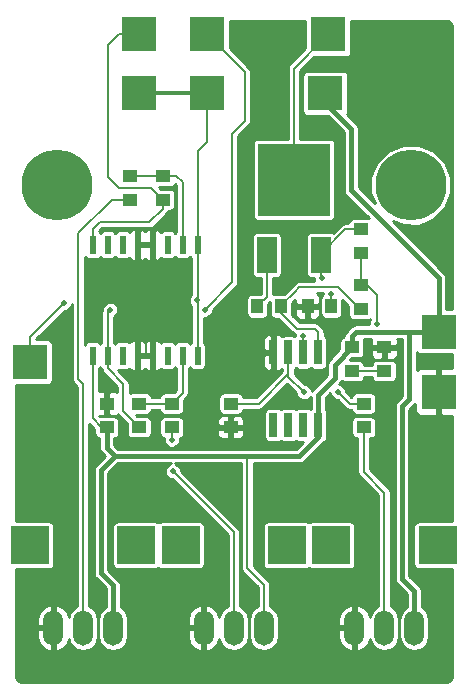
<source format=gbr>
%TF.GenerationSoftware,KiCad,Pcbnew,4.0.7-e2-6376~58~ubuntu16.04.1*%
%TF.CreationDate,2018-10-07T23:02:28+08:00*%
%TF.ProjectId,DVDBreakOut,445644427265616B4F75742E6B696361,rev?*%
%TF.FileFunction,Copper,L1,Top,Signal*%
%FSLAX46Y46*%
G04 Gerber Fmt 4.6, Leading zero omitted, Abs format (unit mm)*
G04 Created by KiCad (PCBNEW 4.0.7-e2-6376~58~ubuntu16.04.1) date Sun Oct  7 23:02:28 2018*
%MOMM*%
%LPD*%
G01*
G04 APERTURE LIST*
%ADD10C,0.100000*%
%ADD11R,0.508000X1.620000*%
%ADD12R,0.580000X1.620000*%
%ADD13R,1.651000X3.048000*%
%ADD14R,6.096000X6.096000*%
%ADD15R,0.660400X2.032000*%
%ADD16C,6.000000*%
%ADD17R,3.000000X3.000000*%
%ADD18R,1.250000X1.000000*%
%ADD19R,1.000000X1.250000*%
%ADD20R,3.200000X3.200000*%
%ADD21O,1.676400X3.000000*%
%ADD22C,0.500000*%
%ADD23C,0.200000*%
%ADD24C,0.350000*%
%ADD25C,0.400000*%
%ADD26C,0.254000*%
G04 APERTURE END LIST*
D10*
D11*
X87305000Y-75190000D03*
X88575000Y-75190000D03*
X89845000Y-75190000D03*
X91115000Y-75190000D03*
X92385000Y-75190000D03*
X93655000Y-75190000D03*
X94925000Y-75190000D03*
X96195000Y-75190000D03*
X96195000Y-65810000D03*
X94925000Y-65810000D03*
X93655000Y-65810000D03*
X92385000Y-65810000D03*
X91115000Y-65810000D03*
X89845000Y-65810000D03*
X88575000Y-65810000D03*
D12*
X87305000Y-65810000D03*
D13*
X102054000Y-66660000D03*
D14*
X104340000Y-60310000D03*
D13*
X106626000Y-66660000D03*
D15*
X102595000Y-81073400D03*
X103865000Y-81073400D03*
X105135000Y-81073400D03*
X106405000Y-81073400D03*
X106405000Y-74926600D03*
X105135000Y-74926600D03*
X103865000Y-74926600D03*
X102595000Y-74926600D03*
D16*
X84250000Y-60750000D03*
X114250000Y-60750000D03*
D17*
X116610000Y-73160000D03*
X97000000Y-53000000D03*
X116610000Y-78240000D03*
X91250000Y-53000000D03*
X107000000Y-53000000D03*
X91250000Y-48000000D03*
X97000000Y-48000000D03*
X107250000Y-48000000D03*
D18*
X88500000Y-81250000D03*
X88500000Y-79250000D03*
X110000000Y-71250000D03*
X110000000Y-69250000D03*
X112000000Y-76500000D03*
X112000000Y-74500000D03*
X109250000Y-74500000D03*
X109250000Y-76500000D03*
X90500000Y-62000000D03*
X90500000Y-60000000D03*
X94000000Y-79250000D03*
X94000000Y-81250000D03*
X91250000Y-81250000D03*
X91250000Y-79250000D03*
X93250000Y-60000000D03*
X93250000Y-62000000D03*
X110250000Y-81250000D03*
X110250000Y-79250000D03*
X99000000Y-81250000D03*
X99000000Y-79250000D03*
D19*
X103250000Y-71000000D03*
X101250000Y-71000000D03*
D18*
X110000000Y-64500000D03*
X110000000Y-66500000D03*
D19*
X107500000Y-71000000D03*
X105500000Y-71000000D03*
D20*
X82000000Y-91250000D03*
X91000000Y-91250000D03*
D21*
X89040000Y-98250000D03*
X86500000Y-98250000D03*
X83960000Y-98250000D03*
X96710000Y-98250000D03*
X99250000Y-98250000D03*
X101790000Y-98250000D03*
D20*
X103750000Y-91250000D03*
X94750000Y-91250000D03*
D21*
X109460000Y-98250000D03*
X112000000Y-98250000D03*
X114540000Y-98250000D03*
D20*
X116500000Y-91250000D03*
X107500000Y-91250000D03*
D17*
X82000000Y-75750000D03*
D22*
X96100000Y-70500000D03*
X84900000Y-70700000D03*
X104400000Y-71000000D03*
X88300000Y-77900000D03*
X116400000Y-75700000D03*
X115400000Y-81300000D03*
X91700000Y-73000000D03*
X94000000Y-82300000D03*
X94100000Y-85000000D03*
X106700000Y-68600000D03*
X107500000Y-70000000D03*
X105100000Y-73500000D03*
X111400000Y-72500000D03*
X96800000Y-71300000D03*
X88800000Y-71300000D03*
X105200000Y-78300000D03*
X108100000Y-78300000D03*
D23*
X96195000Y-75190000D02*
X96195000Y-70595000D01*
X96195000Y-70595000D02*
X96100000Y-70500000D01*
X82000000Y-75750000D02*
X82000000Y-73600000D01*
X96195000Y-70405000D02*
X96195000Y-65810000D01*
X96100000Y-70500000D02*
X96195000Y-70405000D01*
X82000000Y-73600000D02*
X84900000Y-70700000D01*
X96195000Y-65810000D02*
X96195000Y-57905000D01*
X97000000Y-57100000D02*
X97000000Y-53000000D01*
X96195000Y-57905000D02*
X97000000Y-57100000D01*
D24*
X91250000Y-53000000D02*
X97000000Y-53000000D01*
D23*
X105500000Y-71000000D02*
X104400000Y-71000000D01*
X88500000Y-78100000D02*
X88300000Y-77900000D01*
X88500000Y-79250000D02*
X88500000Y-78100000D01*
X116610000Y-78240000D02*
X116610000Y-75910000D01*
X116610000Y-75910000D02*
X116400000Y-75700000D01*
X116610000Y-78240000D02*
X116610000Y-80090000D01*
X116610000Y-80090000D02*
X115400000Y-81300000D01*
X91800000Y-75190000D02*
X91800000Y-73100000D01*
X91800000Y-73100000D02*
X91700000Y-73000000D01*
X91115000Y-75190000D02*
X91800000Y-75190000D01*
X91800000Y-75190000D02*
X92385000Y-75190000D01*
X92385000Y-65810000D02*
X91115000Y-65810000D01*
X93250000Y-60000000D02*
X94400000Y-60000000D01*
X94925000Y-60525000D02*
X94925000Y-65810000D01*
X94400000Y-60000000D02*
X94925000Y-60525000D01*
X93250000Y-60000000D02*
X92000000Y-60000000D01*
X92000000Y-60000000D02*
X90500000Y-60000000D01*
X86500000Y-98250000D02*
X86500000Y-77600000D01*
X88900000Y-62000000D02*
X90500000Y-62000000D01*
X86100000Y-64800000D02*
X88900000Y-62000000D01*
X86100000Y-77200000D02*
X86100000Y-64800000D01*
X86500000Y-77600000D02*
X86100000Y-77200000D01*
X99250000Y-98250000D02*
X99250000Y-90150000D01*
X94000000Y-82300000D02*
X94000000Y-81250000D01*
X99250000Y-90150000D02*
X94100000Y-85000000D01*
X110250000Y-81250000D02*
X110250000Y-85050000D01*
X112000000Y-86800000D02*
X112000000Y-98250000D01*
X110250000Y-85050000D02*
X112000000Y-86800000D01*
X102054000Y-66660000D02*
X102054000Y-70196000D01*
X102054000Y-70196000D02*
X101250000Y-71000000D01*
X107500000Y-71000000D02*
X107500000Y-70000000D01*
X106626000Y-68526000D02*
X106626000Y-66660000D01*
X106700000Y-68600000D02*
X106626000Y-68526000D01*
X106626000Y-66660000D02*
X106626000Y-66574000D01*
X106626000Y-66574000D02*
X108700000Y-64500000D01*
X108700000Y-64500000D02*
X110000000Y-64500000D01*
D25*
X100400000Y-83700000D02*
X89200000Y-83700000D01*
X114540000Y-98250000D02*
X114540000Y-95140000D01*
X114540000Y-95140000D02*
X113500000Y-94100000D01*
X113500000Y-94100000D02*
X113500000Y-79500000D01*
X113500000Y-79500000D02*
X114100000Y-78900000D01*
X114100000Y-78900000D02*
X114100000Y-73160000D01*
D23*
X101790000Y-98250000D02*
X101790000Y-94590000D01*
X100400000Y-93200000D02*
X100400000Y-83700000D01*
X101790000Y-94590000D02*
X100400000Y-93200000D01*
D25*
X89040000Y-98250000D02*
X89040000Y-94640000D01*
X88000000Y-84900000D02*
X89200000Y-83700000D01*
X88000000Y-93600000D02*
X88000000Y-84900000D01*
X89040000Y-94640000D02*
X88000000Y-93600000D01*
D23*
X88500000Y-81250000D02*
X88050000Y-81250000D01*
X88050000Y-81250000D02*
X87305000Y-80505000D01*
X87305000Y-80505000D02*
X87305000Y-75190000D01*
D25*
X106405000Y-81073400D02*
X106405000Y-82095000D01*
X106405000Y-82095000D02*
X104800000Y-83700000D01*
X104800000Y-83700000D02*
X100400000Y-83700000D01*
X88500000Y-83000000D02*
X88500000Y-81250000D01*
X89200000Y-83700000D02*
X88500000Y-83000000D01*
X109250000Y-74500000D02*
X109250000Y-73550000D01*
X109250000Y-73550000D02*
X109640000Y-73160000D01*
X109640000Y-73160000D02*
X114100000Y-73160000D01*
X114100000Y-73160000D02*
X116610000Y-73160000D01*
X106405000Y-81073400D02*
X106405000Y-78495000D01*
X106405000Y-78495000D02*
X107800000Y-77100000D01*
X107800000Y-77100000D02*
X107800000Y-75950000D01*
X107800000Y-75950000D02*
X109250000Y-74500000D01*
D23*
X107000000Y-53000000D02*
X107000000Y-53800000D01*
D25*
X107000000Y-53800000D02*
X109200000Y-56000000D01*
X109200000Y-56000000D02*
X109200000Y-61200000D01*
X109200000Y-61200000D02*
X116610000Y-68610000D01*
X116610000Y-68610000D02*
X116610000Y-73160000D01*
D23*
X110000000Y-69250000D02*
X110550000Y-69250000D01*
X110550000Y-69250000D02*
X111400000Y-70100000D01*
X105135000Y-73535000D02*
X105135000Y-74926600D01*
X105100000Y-73500000D02*
X105135000Y-73535000D01*
X111400000Y-70100000D02*
X111400000Y-72500000D01*
X110000000Y-66500000D02*
X110000000Y-69250000D01*
X110000000Y-71250000D02*
X109950000Y-71250000D01*
X109950000Y-71250000D02*
X108100000Y-69400000D01*
X108100000Y-69400000D02*
X104800000Y-69400000D01*
X104800000Y-69400000D02*
X104400000Y-69800000D01*
X103250000Y-71000000D02*
X103250000Y-71550000D01*
X103250000Y-71550000D02*
X104600000Y-72900000D01*
X106405000Y-73205000D02*
X106405000Y-74926600D01*
X106100000Y-72900000D02*
X106405000Y-73205000D01*
X104600000Y-72900000D02*
X106100000Y-72900000D01*
X103250000Y-71000000D02*
X103250000Y-70950000D01*
X103250000Y-70950000D02*
X104400000Y-69800000D01*
X109250000Y-76500000D02*
X112000000Y-76500000D01*
X104340000Y-60310000D02*
X104340000Y-50910000D01*
X104340000Y-50910000D02*
X107250000Y-48000000D01*
X94000000Y-79250000D02*
X91250000Y-79250000D01*
X94925000Y-75190000D02*
X94925000Y-78325000D01*
X94925000Y-78325000D02*
X94000000Y-79250000D01*
X88575000Y-73100000D02*
X88575000Y-71525000D01*
X99100000Y-69000000D02*
X99100000Y-66100000D01*
X96800000Y-71300000D02*
X99100000Y-69000000D01*
X88575000Y-71525000D02*
X88800000Y-71300000D01*
X88575000Y-75190000D02*
X88575000Y-76275000D01*
X89900000Y-79900000D02*
X91250000Y-81250000D01*
X89900000Y-77600000D02*
X89900000Y-79900000D01*
X88575000Y-76275000D02*
X89900000Y-77600000D01*
X88575000Y-75190000D02*
X88575000Y-73100000D01*
X88575000Y-73100000D02*
X88575000Y-72825000D01*
X100200000Y-51200000D02*
X97000000Y-48000000D01*
X99100000Y-66100000D02*
X99100000Y-56400000D01*
X99100000Y-56400000D02*
X100200000Y-55300000D01*
X100200000Y-55300000D02*
X100200000Y-51200000D01*
X91250000Y-48000000D02*
X89500000Y-48000000D01*
X92250000Y-61000000D02*
X93250000Y-62000000D01*
X89500000Y-61000000D02*
X92250000Y-61000000D01*
X88600000Y-60100000D02*
X89500000Y-61000000D01*
X88600000Y-48900000D02*
X88600000Y-60100000D01*
X89500000Y-48000000D02*
X88600000Y-48900000D01*
X93250000Y-62000000D02*
X93250000Y-62750000D01*
X87305000Y-64495000D02*
X87305000Y-65810000D01*
X87900000Y-63900000D02*
X87305000Y-64495000D01*
X92100000Y-63900000D02*
X87900000Y-63900000D01*
X93250000Y-62750000D02*
X92100000Y-63900000D01*
X110250000Y-79250000D02*
X109050000Y-79250000D01*
X103865000Y-76965000D02*
X103865000Y-76735000D01*
X105200000Y-78300000D02*
X103865000Y-76965000D01*
X109050000Y-79250000D02*
X108100000Y-78300000D01*
X99000000Y-79250000D02*
X101350000Y-79250000D01*
X103865000Y-76735000D02*
X103865000Y-74926600D01*
X101350000Y-79250000D02*
X103865000Y-76735000D01*
D26*
G36*
X85573000Y-77200000D02*
X85613115Y-77401675D01*
X85727355Y-77572645D01*
X85973000Y-77818291D01*
X85973000Y-96410173D01*
X85605369Y-96655817D01*
X85331108Y-97066277D01*
X85281666Y-97314838D01*
X85172680Y-96948428D01*
X84835540Y-96533055D01*
X84365107Y-96278318D01*
X84298075Y-96265522D01*
X84087000Y-96361306D01*
X84087000Y-98123000D01*
X84107000Y-98123000D01*
X84107000Y-98377000D01*
X84087000Y-98377000D01*
X84087000Y-100138694D01*
X84298075Y-100234478D01*
X84365107Y-100221682D01*
X84835540Y-99966945D01*
X85172680Y-99551572D01*
X85281666Y-99185162D01*
X85331108Y-99433723D01*
X85605369Y-99844183D01*
X86015829Y-100118444D01*
X86500000Y-100214752D01*
X86984171Y-100118444D01*
X87394631Y-99844183D01*
X87668892Y-99433723D01*
X87765200Y-98949552D01*
X87765200Y-97550448D01*
X87668892Y-97066277D01*
X87394631Y-96655817D01*
X87027000Y-96410173D01*
X87027000Y-80972290D01*
X87439635Y-81384925D01*
X87439635Y-81750000D01*
X87469409Y-81908237D01*
X87562927Y-82053567D01*
X87705619Y-82151064D01*
X87873000Y-82184960D01*
X87873000Y-83000000D01*
X87920728Y-83239943D01*
X87979135Y-83327355D01*
X88056644Y-83443356D01*
X88313288Y-83700000D01*
X87556644Y-84456644D01*
X87420728Y-84660057D01*
X87373000Y-84900000D01*
X87373000Y-93600000D01*
X87420728Y-93839943D01*
X87536361Y-94013000D01*
X87556644Y-94043356D01*
X88413000Y-94899712D01*
X88413000Y-96476991D01*
X88145369Y-96655817D01*
X87871108Y-97066277D01*
X87774800Y-97550448D01*
X87774800Y-98949552D01*
X87871108Y-99433723D01*
X88145369Y-99844183D01*
X88555829Y-100118444D01*
X89040000Y-100214752D01*
X89524171Y-100118444D01*
X89934631Y-99844183D01*
X90208892Y-99433723D01*
X90305200Y-98949552D01*
X90305200Y-98377000D01*
X95344800Y-98377000D01*
X95344800Y-99038800D01*
X95497320Y-99551572D01*
X95834460Y-99966945D01*
X96304893Y-100221682D01*
X96371925Y-100234478D01*
X96583000Y-100138694D01*
X96583000Y-98377000D01*
X95344800Y-98377000D01*
X90305200Y-98377000D01*
X90305200Y-97550448D01*
X90287448Y-97461200D01*
X95344800Y-97461200D01*
X95344800Y-98123000D01*
X96583000Y-98123000D01*
X96583000Y-96361306D01*
X96371925Y-96265522D01*
X96304893Y-96278318D01*
X95834460Y-96533055D01*
X95497320Y-96948428D01*
X95344800Y-97461200D01*
X90287448Y-97461200D01*
X90208892Y-97066277D01*
X89934631Y-96655817D01*
X89667000Y-96476991D01*
X89667000Y-94640000D01*
X89619272Y-94400057D01*
X89483356Y-94196644D01*
X88627000Y-93340288D01*
X88627000Y-89650000D01*
X88964635Y-89650000D01*
X88964635Y-92850000D01*
X88994409Y-93008237D01*
X89087927Y-93153567D01*
X89230619Y-93251064D01*
X89400000Y-93285365D01*
X92600000Y-93285365D01*
X92758237Y-93255591D01*
X92876174Y-93179700D01*
X92980619Y-93251064D01*
X93150000Y-93285365D01*
X96350000Y-93285365D01*
X96508237Y-93255591D01*
X96653567Y-93162073D01*
X96751064Y-93019381D01*
X96785365Y-92850000D01*
X96785365Y-89650000D01*
X96755591Y-89491763D01*
X96662073Y-89346433D01*
X96519381Y-89248936D01*
X96350000Y-89214635D01*
X93150000Y-89214635D01*
X92991763Y-89244409D01*
X92873826Y-89320300D01*
X92769381Y-89248936D01*
X92600000Y-89214635D01*
X89400000Y-89214635D01*
X89241763Y-89244409D01*
X89096433Y-89337927D01*
X88998936Y-89480619D01*
X88964635Y-89650000D01*
X88627000Y-89650000D01*
X88627000Y-85159712D01*
X89459712Y-84327000D01*
X93955963Y-84327000D01*
X93717011Y-84425733D01*
X93526402Y-84616010D01*
X93423118Y-84864746D01*
X93422883Y-85134073D01*
X93525733Y-85382989D01*
X93716010Y-85573598D01*
X93964746Y-85676882D01*
X94031650Y-85676940D01*
X98723000Y-90368290D01*
X98723000Y-96410173D01*
X98355369Y-96655817D01*
X98081108Y-97066277D01*
X98031666Y-97314838D01*
X97922680Y-96948428D01*
X97585540Y-96533055D01*
X97115107Y-96278318D01*
X97048075Y-96265522D01*
X96837000Y-96361306D01*
X96837000Y-98123000D01*
X96857000Y-98123000D01*
X96857000Y-98377000D01*
X96837000Y-98377000D01*
X96837000Y-100138694D01*
X97048075Y-100234478D01*
X97115107Y-100221682D01*
X97585540Y-99966945D01*
X97922680Y-99551572D01*
X98031666Y-99185162D01*
X98081108Y-99433723D01*
X98355369Y-99844183D01*
X98765829Y-100118444D01*
X99250000Y-100214752D01*
X99734171Y-100118444D01*
X100144631Y-99844183D01*
X100418892Y-99433723D01*
X100515200Y-98949552D01*
X100515200Y-97550448D01*
X100418892Y-97066277D01*
X100144631Y-96655817D01*
X99777000Y-96410173D01*
X99777000Y-90150000D01*
X99736885Y-89948326D01*
X99736885Y-89948325D01*
X99622645Y-89777355D01*
X94777060Y-84931770D01*
X94777117Y-84865927D01*
X94674267Y-84617011D01*
X94483990Y-84426402D01*
X94244603Y-84327000D01*
X99873000Y-84327000D01*
X99873000Y-93200000D01*
X99913115Y-93401675D01*
X100027355Y-93572645D01*
X101263000Y-94808290D01*
X101263000Y-96410173D01*
X100895369Y-96655817D01*
X100621108Y-97066277D01*
X100524800Y-97550448D01*
X100524800Y-98949552D01*
X100621108Y-99433723D01*
X100895369Y-99844183D01*
X101305829Y-100118444D01*
X101790000Y-100214752D01*
X102274171Y-100118444D01*
X102684631Y-99844183D01*
X102958892Y-99433723D01*
X103055200Y-98949552D01*
X103055200Y-98377000D01*
X108094800Y-98377000D01*
X108094800Y-99038800D01*
X108247320Y-99551572D01*
X108584460Y-99966945D01*
X109054893Y-100221682D01*
X109121925Y-100234478D01*
X109333000Y-100138694D01*
X109333000Y-98377000D01*
X108094800Y-98377000D01*
X103055200Y-98377000D01*
X103055200Y-97550448D01*
X103037448Y-97461200D01*
X108094800Y-97461200D01*
X108094800Y-98123000D01*
X109333000Y-98123000D01*
X109333000Y-96361306D01*
X109121925Y-96265522D01*
X109054893Y-96278318D01*
X108584460Y-96533055D01*
X108247320Y-96948428D01*
X108094800Y-97461200D01*
X103037448Y-97461200D01*
X102958892Y-97066277D01*
X102684631Y-96655817D01*
X102317000Y-96410173D01*
X102317000Y-94590000D01*
X102279219Y-94400058D01*
X102276885Y-94388325D01*
X102162645Y-94217355D01*
X100927000Y-92981710D01*
X100927000Y-89650000D01*
X101714635Y-89650000D01*
X101714635Y-92850000D01*
X101744409Y-93008237D01*
X101837927Y-93153567D01*
X101980619Y-93251064D01*
X102150000Y-93285365D01*
X105350000Y-93285365D01*
X105508237Y-93255591D01*
X105626174Y-93179700D01*
X105730619Y-93251064D01*
X105900000Y-93285365D01*
X109100000Y-93285365D01*
X109258237Y-93255591D01*
X109403567Y-93162073D01*
X109501064Y-93019381D01*
X109535365Y-92850000D01*
X109535365Y-89650000D01*
X109505591Y-89491763D01*
X109412073Y-89346433D01*
X109269381Y-89248936D01*
X109100000Y-89214635D01*
X105900000Y-89214635D01*
X105741763Y-89244409D01*
X105623826Y-89320300D01*
X105519381Y-89248936D01*
X105350000Y-89214635D01*
X102150000Y-89214635D01*
X101991763Y-89244409D01*
X101846433Y-89337927D01*
X101748936Y-89480619D01*
X101714635Y-89650000D01*
X100927000Y-89650000D01*
X100927000Y-84327000D01*
X104800000Y-84327000D01*
X105039943Y-84279272D01*
X105243356Y-84143356D01*
X106848356Y-82538356D01*
X106875016Y-82498457D01*
X106893437Y-82494991D01*
X107038767Y-82401473D01*
X107136264Y-82258781D01*
X107170565Y-82089400D01*
X107170565Y-80750000D01*
X109189635Y-80750000D01*
X109189635Y-81750000D01*
X109219409Y-81908237D01*
X109312927Y-82053567D01*
X109455619Y-82151064D01*
X109625000Y-82185365D01*
X109723000Y-82185365D01*
X109723000Y-85050000D01*
X109763115Y-85251675D01*
X109877355Y-85422645D01*
X111473000Y-87018290D01*
X111473000Y-96410173D01*
X111105369Y-96655817D01*
X110831108Y-97066277D01*
X110781666Y-97314838D01*
X110672680Y-96948428D01*
X110335540Y-96533055D01*
X109865107Y-96278318D01*
X109798075Y-96265522D01*
X109587000Y-96361306D01*
X109587000Y-98123000D01*
X109607000Y-98123000D01*
X109607000Y-98377000D01*
X109587000Y-98377000D01*
X109587000Y-100138694D01*
X109798075Y-100234478D01*
X109865107Y-100221682D01*
X110335540Y-99966945D01*
X110672680Y-99551572D01*
X110781666Y-99185162D01*
X110831108Y-99433723D01*
X111105369Y-99844183D01*
X111515829Y-100118444D01*
X112000000Y-100214752D01*
X112484171Y-100118444D01*
X112894631Y-99844183D01*
X113168892Y-99433723D01*
X113265200Y-98949552D01*
X113265200Y-97550448D01*
X113168892Y-97066277D01*
X112894631Y-96655817D01*
X112527000Y-96410173D01*
X112527000Y-86800000D01*
X112486885Y-86598326D01*
X112372645Y-86427355D01*
X110777000Y-84831710D01*
X110777000Y-82185365D01*
X110875000Y-82185365D01*
X111033237Y-82155591D01*
X111178567Y-82062073D01*
X111276064Y-81919381D01*
X111310365Y-81750000D01*
X111310365Y-80750000D01*
X111280591Y-80591763D01*
X111187073Y-80446433D01*
X111044381Y-80348936D01*
X110875000Y-80314635D01*
X109625000Y-80314635D01*
X109466763Y-80344409D01*
X109321433Y-80437927D01*
X109223936Y-80580619D01*
X109189635Y-80750000D01*
X107170565Y-80750000D01*
X107170565Y-80057400D01*
X107140791Y-79899163D01*
X107047273Y-79753833D01*
X107032000Y-79743397D01*
X107032000Y-78754712D01*
X107422944Y-78363768D01*
X107422883Y-78434073D01*
X107525733Y-78682989D01*
X107716010Y-78873598D01*
X107964746Y-78976882D01*
X108031650Y-78976940D01*
X108677355Y-79622645D01*
X108848325Y-79736885D01*
X109050000Y-79777000D01*
X109194715Y-79777000D01*
X109219409Y-79908237D01*
X109312927Y-80053567D01*
X109455619Y-80151064D01*
X109625000Y-80185365D01*
X110875000Y-80185365D01*
X111033237Y-80155591D01*
X111178567Y-80062073D01*
X111276064Y-79919381D01*
X111310365Y-79750000D01*
X111310365Y-78750000D01*
X111280591Y-78591763D01*
X111187073Y-78446433D01*
X111044381Y-78348936D01*
X110875000Y-78314635D01*
X109625000Y-78314635D01*
X109466763Y-78344409D01*
X109321433Y-78437927D01*
X109223936Y-78580619D01*
X109207428Y-78662138D01*
X108777060Y-78231770D01*
X108777117Y-78165927D01*
X108674267Y-77917011D01*
X108483990Y-77726402D01*
X108235254Y-77623118D01*
X108163656Y-77623056D01*
X108243356Y-77543356D01*
X108375164Y-77346092D01*
X108455619Y-77401064D01*
X108625000Y-77435365D01*
X109875000Y-77435365D01*
X110033237Y-77405591D01*
X110178567Y-77312073D01*
X110276064Y-77169381D01*
X110304897Y-77027000D01*
X110944715Y-77027000D01*
X110969409Y-77158237D01*
X111062927Y-77303567D01*
X111205619Y-77401064D01*
X111375000Y-77435365D01*
X112625000Y-77435365D01*
X112783237Y-77405591D01*
X112928567Y-77312073D01*
X113026064Y-77169381D01*
X113060365Y-77000000D01*
X113060365Y-76000000D01*
X113030591Y-75841763D01*
X112937073Y-75696433D01*
X112794381Y-75598936D01*
X112625000Y-75564635D01*
X111375000Y-75564635D01*
X111216763Y-75594409D01*
X111071433Y-75687927D01*
X110973936Y-75830619D01*
X110945103Y-75973000D01*
X110305285Y-75973000D01*
X110280591Y-75841763D01*
X110187073Y-75696433D01*
X110044381Y-75598936D01*
X109875000Y-75564635D01*
X109072077Y-75564635D01*
X109201347Y-75435365D01*
X109875000Y-75435365D01*
X110033237Y-75405591D01*
X110178567Y-75312073D01*
X110276064Y-75169381D01*
X110310365Y-75000000D01*
X110310365Y-74758750D01*
X110848000Y-74758750D01*
X110848000Y-75104827D01*
X110928231Y-75298522D01*
X111076479Y-75446769D01*
X111270173Y-75527000D01*
X111741250Y-75527000D01*
X111873000Y-75395250D01*
X111873000Y-74627000D01*
X112127000Y-74627000D01*
X112127000Y-75395250D01*
X112258750Y-75527000D01*
X112729827Y-75527000D01*
X112923521Y-75446769D01*
X113071769Y-75298522D01*
X113152000Y-75104827D01*
X113152000Y-74758750D01*
X113020250Y-74627000D01*
X112127000Y-74627000D01*
X111873000Y-74627000D01*
X110979750Y-74627000D01*
X110848000Y-74758750D01*
X110310365Y-74758750D01*
X110310365Y-74000000D01*
X110280591Y-73841763D01*
X110245352Y-73787000D01*
X110892807Y-73787000D01*
X110848000Y-73895173D01*
X110848000Y-74241250D01*
X110979750Y-74373000D01*
X111873000Y-74373000D01*
X111873000Y-74353000D01*
X112127000Y-74353000D01*
X112127000Y-74373000D01*
X113020250Y-74373000D01*
X113152000Y-74241250D01*
X113152000Y-73895173D01*
X113107193Y-73787000D01*
X113473000Y-73787000D01*
X113473000Y-78640288D01*
X113056644Y-79056644D01*
X112920728Y-79260057D01*
X112873000Y-79500000D01*
X112873000Y-94100000D01*
X112920728Y-94339943D01*
X113036361Y-94513000D01*
X113056644Y-94543356D01*
X113913000Y-95399712D01*
X113913000Y-96476991D01*
X113645369Y-96655817D01*
X113371108Y-97066277D01*
X113274800Y-97550448D01*
X113274800Y-98949552D01*
X113371108Y-99433723D01*
X113645369Y-99844183D01*
X114055829Y-100118444D01*
X114540000Y-100214752D01*
X115024171Y-100118444D01*
X115434631Y-99844183D01*
X115708892Y-99433723D01*
X115805200Y-98949552D01*
X115805200Y-97550448D01*
X115708892Y-97066277D01*
X115434631Y-96655817D01*
X115167000Y-96476991D01*
X115167000Y-95140000D01*
X115119272Y-94900057D01*
X114983356Y-94696644D01*
X114127000Y-93840288D01*
X114127000Y-79759712D01*
X114543356Y-79343356D01*
X114583000Y-79284024D01*
X114583000Y-79844827D01*
X114663231Y-80038521D01*
X114811478Y-80186769D01*
X115005173Y-80267000D01*
X116351250Y-80267000D01*
X116483000Y-80135250D01*
X116483000Y-78367000D01*
X116463000Y-78367000D01*
X116463000Y-78113000D01*
X116483000Y-78113000D01*
X116483000Y-76344750D01*
X116351250Y-76213000D01*
X115005173Y-76213000D01*
X114811478Y-76293231D01*
X114727000Y-76377710D01*
X114727000Y-74853344D01*
X114797927Y-74963567D01*
X114940619Y-75061064D01*
X115110000Y-75095365D01*
X117751042Y-75095365D01*
X117751042Y-76213000D01*
X116868750Y-76213000D01*
X116737000Y-76344750D01*
X116737000Y-78113000D01*
X116757000Y-78113000D01*
X116757000Y-78367000D01*
X116737000Y-78367000D01*
X116737000Y-80135250D01*
X116868750Y-80267000D01*
X117751042Y-80267000D01*
X117751042Y-89214635D01*
X114900000Y-89214635D01*
X114741763Y-89244409D01*
X114596433Y-89337927D01*
X114498936Y-89480619D01*
X114464635Y-89650000D01*
X114464635Y-92850000D01*
X114494409Y-93008237D01*
X114587927Y-93153567D01*
X114730619Y-93251064D01*
X114900000Y-93285365D01*
X117751042Y-93285365D01*
X117751042Y-102205521D01*
X117736720Y-102348450D01*
X117703116Y-102457147D01*
X117649939Y-102555359D01*
X117579242Y-102641113D01*
X117493458Y-102711834D01*
X117395261Y-102765025D01*
X117286569Y-102798616D01*
X117143624Y-102812960D01*
X81399417Y-102812960D01*
X81256473Y-102798616D01*
X81147779Y-102765025D01*
X81049581Y-102711833D01*
X80963795Y-102641110D01*
X80893104Y-102555362D01*
X80839932Y-102457159D01*
X80806332Y-102348459D01*
X80792009Y-102205521D01*
X80792009Y-98377000D01*
X82594800Y-98377000D01*
X82594800Y-99038800D01*
X82747320Y-99551572D01*
X83084460Y-99966945D01*
X83554893Y-100221682D01*
X83621925Y-100234478D01*
X83833000Y-100138694D01*
X83833000Y-98377000D01*
X82594800Y-98377000D01*
X80792009Y-98377000D01*
X80792009Y-97461200D01*
X82594800Y-97461200D01*
X82594800Y-98123000D01*
X83833000Y-98123000D01*
X83833000Y-96361306D01*
X83621925Y-96265522D01*
X83554893Y-96278318D01*
X83084460Y-96533055D01*
X82747320Y-96948428D01*
X82594800Y-97461200D01*
X80792009Y-97461200D01*
X80792009Y-93285365D01*
X83600000Y-93285365D01*
X83758237Y-93255591D01*
X83903567Y-93162073D01*
X84001064Y-93019381D01*
X84035365Y-92850000D01*
X84035365Y-89650000D01*
X84005591Y-89491763D01*
X83912073Y-89346433D01*
X83769381Y-89248936D01*
X83600000Y-89214635D01*
X80792009Y-89214635D01*
X80792009Y-77685365D01*
X83500000Y-77685365D01*
X83658237Y-77655591D01*
X83803567Y-77562073D01*
X83901064Y-77419381D01*
X83935365Y-77250000D01*
X83935365Y-74250000D01*
X83905591Y-74091763D01*
X83812073Y-73946433D01*
X83669381Y-73848936D01*
X83500000Y-73814635D01*
X82530655Y-73814635D01*
X84968231Y-71377060D01*
X85034073Y-71377117D01*
X85282989Y-71274267D01*
X85473598Y-71083990D01*
X85573000Y-70844603D01*
X85573000Y-77200000D01*
X85573000Y-77200000D01*
G37*
X85573000Y-77200000D02*
X85613115Y-77401675D01*
X85727355Y-77572645D01*
X85973000Y-77818291D01*
X85973000Y-96410173D01*
X85605369Y-96655817D01*
X85331108Y-97066277D01*
X85281666Y-97314838D01*
X85172680Y-96948428D01*
X84835540Y-96533055D01*
X84365107Y-96278318D01*
X84298075Y-96265522D01*
X84087000Y-96361306D01*
X84087000Y-98123000D01*
X84107000Y-98123000D01*
X84107000Y-98377000D01*
X84087000Y-98377000D01*
X84087000Y-100138694D01*
X84298075Y-100234478D01*
X84365107Y-100221682D01*
X84835540Y-99966945D01*
X85172680Y-99551572D01*
X85281666Y-99185162D01*
X85331108Y-99433723D01*
X85605369Y-99844183D01*
X86015829Y-100118444D01*
X86500000Y-100214752D01*
X86984171Y-100118444D01*
X87394631Y-99844183D01*
X87668892Y-99433723D01*
X87765200Y-98949552D01*
X87765200Y-97550448D01*
X87668892Y-97066277D01*
X87394631Y-96655817D01*
X87027000Y-96410173D01*
X87027000Y-80972290D01*
X87439635Y-81384925D01*
X87439635Y-81750000D01*
X87469409Y-81908237D01*
X87562927Y-82053567D01*
X87705619Y-82151064D01*
X87873000Y-82184960D01*
X87873000Y-83000000D01*
X87920728Y-83239943D01*
X87979135Y-83327355D01*
X88056644Y-83443356D01*
X88313288Y-83700000D01*
X87556644Y-84456644D01*
X87420728Y-84660057D01*
X87373000Y-84900000D01*
X87373000Y-93600000D01*
X87420728Y-93839943D01*
X87536361Y-94013000D01*
X87556644Y-94043356D01*
X88413000Y-94899712D01*
X88413000Y-96476991D01*
X88145369Y-96655817D01*
X87871108Y-97066277D01*
X87774800Y-97550448D01*
X87774800Y-98949552D01*
X87871108Y-99433723D01*
X88145369Y-99844183D01*
X88555829Y-100118444D01*
X89040000Y-100214752D01*
X89524171Y-100118444D01*
X89934631Y-99844183D01*
X90208892Y-99433723D01*
X90305200Y-98949552D01*
X90305200Y-98377000D01*
X95344800Y-98377000D01*
X95344800Y-99038800D01*
X95497320Y-99551572D01*
X95834460Y-99966945D01*
X96304893Y-100221682D01*
X96371925Y-100234478D01*
X96583000Y-100138694D01*
X96583000Y-98377000D01*
X95344800Y-98377000D01*
X90305200Y-98377000D01*
X90305200Y-97550448D01*
X90287448Y-97461200D01*
X95344800Y-97461200D01*
X95344800Y-98123000D01*
X96583000Y-98123000D01*
X96583000Y-96361306D01*
X96371925Y-96265522D01*
X96304893Y-96278318D01*
X95834460Y-96533055D01*
X95497320Y-96948428D01*
X95344800Y-97461200D01*
X90287448Y-97461200D01*
X90208892Y-97066277D01*
X89934631Y-96655817D01*
X89667000Y-96476991D01*
X89667000Y-94640000D01*
X89619272Y-94400057D01*
X89483356Y-94196644D01*
X88627000Y-93340288D01*
X88627000Y-89650000D01*
X88964635Y-89650000D01*
X88964635Y-92850000D01*
X88994409Y-93008237D01*
X89087927Y-93153567D01*
X89230619Y-93251064D01*
X89400000Y-93285365D01*
X92600000Y-93285365D01*
X92758237Y-93255591D01*
X92876174Y-93179700D01*
X92980619Y-93251064D01*
X93150000Y-93285365D01*
X96350000Y-93285365D01*
X96508237Y-93255591D01*
X96653567Y-93162073D01*
X96751064Y-93019381D01*
X96785365Y-92850000D01*
X96785365Y-89650000D01*
X96755591Y-89491763D01*
X96662073Y-89346433D01*
X96519381Y-89248936D01*
X96350000Y-89214635D01*
X93150000Y-89214635D01*
X92991763Y-89244409D01*
X92873826Y-89320300D01*
X92769381Y-89248936D01*
X92600000Y-89214635D01*
X89400000Y-89214635D01*
X89241763Y-89244409D01*
X89096433Y-89337927D01*
X88998936Y-89480619D01*
X88964635Y-89650000D01*
X88627000Y-89650000D01*
X88627000Y-85159712D01*
X89459712Y-84327000D01*
X93955963Y-84327000D01*
X93717011Y-84425733D01*
X93526402Y-84616010D01*
X93423118Y-84864746D01*
X93422883Y-85134073D01*
X93525733Y-85382989D01*
X93716010Y-85573598D01*
X93964746Y-85676882D01*
X94031650Y-85676940D01*
X98723000Y-90368290D01*
X98723000Y-96410173D01*
X98355369Y-96655817D01*
X98081108Y-97066277D01*
X98031666Y-97314838D01*
X97922680Y-96948428D01*
X97585540Y-96533055D01*
X97115107Y-96278318D01*
X97048075Y-96265522D01*
X96837000Y-96361306D01*
X96837000Y-98123000D01*
X96857000Y-98123000D01*
X96857000Y-98377000D01*
X96837000Y-98377000D01*
X96837000Y-100138694D01*
X97048075Y-100234478D01*
X97115107Y-100221682D01*
X97585540Y-99966945D01*
X97922680Y-99551572D01*
X98031666Y-99185162D01*
X98081108Y-99433723D01*
X98355369Y-99844183D01*
X98765829Y-100118444D01*
X99250000Y-100214752D01*
X99734171Y-100118444D01*
X100144631Y-99844183D01*
X100418892Y-99433723D01*
X100515200Y-98949552D01*
X100515200Y-97550448D01*
X100418892Y-97066277D01*
X100144631Y-96655817D01*
X99777000Y-96410173D01*
X99777000Y-90150000D01*
X99736885Y-89948326D01*
X99736885Y-89948325D01*
X99622645Y-89777355D01*
X94777060Y-84931770D01*
X94777117Y-84865927D01*
X94674267Y-84617011D01*
X94483990Y-84426402D01*
X94244603Y-84327000D01*
X99873000Y-84327000D01*
X99873000Y-93200000D01*
X99913115Y-93401675D01*
X100027355Y-93572645D01*
X101263000Y-94808290D01*
X101263000Y-96410173D01*
X100895369Y-96655817D01*
X100621108Y-97066277D01*
X100524800Y-97550448D01*
X100524800Y-98949552D01*
X100621108Y-99433723D01*
X100895369Y-99844183D01*
X101305829Y-100118444D01*
X101790000Y-100214752D01*
X102274171Y-100118444D01*
X102684631Y-99844183D01*
X102958892Y-99433723D01*
X103055200Y-98949552D01*
X103055200Y-98377000D01*
X108094800Y-98377000D01*
X108094800Y-99038800D01*
X108247320Y-99551572D01*
X108584460Y-99966945D01*
X109054893Y-100221682D01*
X109121925Y-100234478D01*
X109333000Y-100138694D01*
X109333000Y-98377000D01*
X108094800Y-98377000D01*
X103055200Y-98377000D01*
X103055200Y-97550448D01*
X103037448Y-97461200D01*
X108094800Y-97461200D01*
X108094800Y-98123000D01*
X109333000Y-98123000D01*
X109333000Y-96361306D01*
X109121925Y-96265522D01*
X109054893Y-96278318D01*
X108584460Y-96533055D01*
X108247320Y-96948428D01*
X108094800Y-97461200D01*
X103037448Y-97461200D01*
X102958892Y-97066277D01*
X102684631Y-96655817D01*
X102317000Y-96410173D01*
X102317000Y-94590000D01*
X102279219Y-94400058D01*
X102276885Y-94388325D01*
X102162645Y-94217355D01*
X100927000Y-92981710D01*
X100927000Y-89650000D01*
X101714635Y-89650000D01*
X101714635Y-92850000D01*
X101744409Y-93008237D01*
X101837927Y-93153567D01*
X101980619Y-93251064D01*
X102150000Y-93285365D01*
X105350000Y-93285365D01*
X105508237Y-93255591D01*
X105626174Y-93179700D01*
X105730619Y-93251064D01*
X105900000Y-93285365D01*
X109100000Y-93285365D01*
X109258237Y-93255591D01*
X109403567Y-93162073D01*
X109501064Y-93019381D01*
X109535365Y-92850000D01*
X109535365Y-89650000D01*
X109505591Y-89491763D01*
X109412073Y-89346433D01*
X109269381Y-89248936D01*
X109100000Y-89214635D01*
X105900000Y-89214635D01*
X105741763Y-89244409D01*
X105623826Y-89320300D01*
X105519381Y-89248936D01*
X105350000Y-89214635D01*
X102150000Y-89214635D01*
X101991763Y-89244409D01*
X101846433Y-89337927D01*
X101748936Y-89480619D01*
X101714635Y-89650000D01*
X100927000Y-89650000D01*
X100927000Y-84327000D01*
X104800000Y-84327000D01*
X105039943Y-84279272D01*
X105243356Y-84143356D01*
X106848356Y-82538356D01*
X106875016Y-82498457D01*
X106893437Y-82494991D01*
X107038767Y-82401473D01*
X107136264Y-82258781D01*
X107170565Y-82089400D01*
X107170565Y-80750000D01*
X109189635Y-80750000D01*
X109189635Y-81750000D01*
X109219409Y-81908237D01*
X109312927Y-82053567D01*
X109455619Y-82151064D01*
X109625000Y-82185365D01*
X109723000Y-82185365D01*
X109723000Y-85050000D01*
X109763115Y-85251675D01*
X109877355Y-85422645D01*
X111473000Y-87018290D01*
X111473000Y-96410173D01*
X111105369Y-96655817D01*
X110831108Y-97066277D01*
X110781666Y-97314838D01*
X110672680Y-96948428D01*
X110335540Y-96533055D01*
X109865107Y-96278318D01*
X109798075Y-96265522D01*
X109587000Y-96361306D01*
X109587000Y-98123000D01*
X109607000Y-98123000D01*
X109607000Y-98377000D01*
X109587000Y-98377000D01*
X109587000Y-100138694D01*
X109798075Y-100234478D01*
X109865107Y-100221682D01*
X110335540Y-99966945D01*
X110672680Y-99551572D01*
X110781666Y-99185162D01*
X110831108Y-99433723D01*
X111105369Y-99844183D01*
X111515829Y-100118444D01*
X112000000Y-100214752D01*
X112484171Y-100118444D01*
X112894631Y-99844183D01*
X113168892Y-99433723D01*
X113265200Y-98949552D01*
X113265200Y-97550448D01*
X113168892Y-97066277D01*
X112894631Y-96655817D01*
X112527000Y-96410173D01*
X112527000Y-86800000D01*
X112486885Y-86598326D01*
X112372645Y-86427355D01*
X110777000Y-84831710D01*
X110777000Y-82185365D01*
X110875000Y-82185365D01*
X111033237Y-82155591D01*
X111178567Y-82062073D01*
X111276064Y-81919381D01*
X111310365Y-81750000D01*
X111310365Y-80750000D01*
X111280591Y-80591763D01*
X111187073Y-80446433D01*
X111044381Y-80348936D01*
X110875000Y-80314635D01*
X109625000Y-80314635D01*
X109466763Y-80344409D01*
X109321433Y-80437927D01*
X109223936Y-80580619D01*
X109189635Y-80750000D01*
X107170565Y-80750000D01*
X107170565Y-80057400D01*
X107140791Y-79899163D01*
X107047273Y-79753833D01*
X107032000Y-79743397D01*
X107032000Y-78754712D01*
X107422944Y-78363768D01*
X107422883Y-78434073D01*
X107525733Y-78682989D01*
X107716010Y-78873598D01*
X107964746Y-78976882D01*
X108031650Y-78976940D01*
X108677355Y-79622645D01*
X108848325Y-79736885D01*
X109050000Y-79777000D01*
X109194715Y-79777000D01*
X109219409Y-79908237D01*
X109312927Y-80053567D01*
X109455619Y-80151064D01*
X109625000Y-80185365D01*
X110875000Y-80185365D01*
X111033237Y-80155591D01*
X111178567Y-80062073D01*
X111276064Y-79919381D01*
X111310365Y-79750000D01*
X111310365Y-78750000D01*
X111280591Y-78591763D01*
X111187073Y-78446433D01*
X111044381Y-78348936D01*
X110875000Y-78314635D01*
X109625000Y-78314635D01*
X109466763Y-78344409D01*
X109321433Y-78437927D01*
X109223936Y-78580619D01*
X109207428Y-78662138D01*
X108777060Y-78231770D01*
X108777117Y-78165927D01*
X108674267Y-77917011D01*
X108483990Y-77726402D01*
X108235254Y-77623118D01*
X108163656Y-77623056D01*
X108243356Y-77543356D01*
X108375164Y-77346092D01*
X108455619Y-77401064D01*
X108625000Y-77435365D01*
X109875000Y-77435365D01*
X110033237Y-77405591D01*
X110178567Y-77312073D01*
X110276064Y-77169381D01*
X110304897Y-77027000D01*
X110944715Y-77027000D01*
X110969409Y-77158237D01*
X111062927Y-77303567D01*
X111205619Y-77401064D01*
X111375000Y-77435365D01*
X112625000Y-77435365D01*
X112783237Y-77405591D01*
X112928567Y-77312073D01*
X113026064Y-77169381D01*
X113060365Y-77000000D01*
X113060365Y-76000000D01*
X113030591Y-75841763D01*
X112937073Y-75696433D01*
X112794381Y-75598936D01*
X112625000Y-75564635D01*
X111375000Y-75564635D01*
X111216763Y-75594409D01*
X111071433Y-75687927D01*
X110973936Y-75830619D01*
X110945103Y-75973000D01*
X110305285Y-75973000D01*
X110280591Y-75841763D01*
X110187073Y-75696433D01*
X110044381Y-75598936D01*
X109875000Y-75564635D01*
X109072077Y-75564635D01*
X109201347Y-75435365D01*
X109875000Y-75435365D01*
X110033237Y-75405591D01*
X110178567Y-75312073D01*
X110276064Y-75169381D01*
X110310365Y-75000000D01*
X110310365Y-74758750D01*
X110848000Y-74758750D01*
X110848000Y-75104827D01*
X110928231Y-75298522D01*
X111076479Y-75446769D01*
X111270173Y-75527000D01*
X111741250Y-75527000D01*
X111873000Y-75395250D01*
X111873000Y-74627000D01*
X112127000Y-74627000D01*
X112127000Y-75395250D01*
X112258750Y-75527000D01*
X112729827Y-75527000D01*
X112923521Y-75446769D01*
X113071769Y-75298522D01*
X113152000Y-75104827D01*
X113152000Y-74758750D01*
X113020250Y-74627000D01*
X112127000Y-74627000D01*
X111873000Y-74627000D01*
X110979750Y-74627000D01*
X110848000Y-74758750D01*
X110310365Y-74758750D01*
X110310365Y-74000000D01*
X110280591Y-73841763D01*
X110245352Y-73787000D01*
X110892807Y-73787000D01*
X110848000Y-73895173D01*
X110848000Y-74241250D01*
X110979750Y-74373000D01*
X111873000Y-74373000D01*
X111873000Y-74353000D01*
X112127000Y-74353000D01*
X112127000Y-74373000D01*
X113020250Y-74373000D01*
X113152000Y-74241250D01*
X113152000Y-73895173D01*
X113107193Y-73787000D01*
X113473000Y-73787000D01*
X113473000Y-78640288D01*
X113056644Y-79056644D01*
X112920728Y-79260057D01*
X112873000Y-79500000D01*
X112873000Y-94100000D01*
X112920728Y-94339943D01*
X113036361Y-94513000D01*
X113056644Y-94543356D01*
X113913000Y-95399712D01*
X113913000Y-96476991D01*
X113645369Y-96655817D01*
X113371108Y-97066277D01*
X113274800Y-97550448D01*
X113274800Y-98949552D01*
X113371108Y-99433723D01*
X113645369Y-99844183D01*
X114055829Y-100118444D01*
X114540000Y-100214752D01*
X115024171Y-100118444D01*
X115434631Y-99844183D01*
X115708892Y-99433723D01*
X115805200Y-98949552D01*
X115805200Y-97550448D01*
X115708892Y-97066277D01*
X115434631Y-96655817D01*
X115167000Y-96476991D01*
X115167000Y-95140000D01*
X115119272Y-94900057D01*
X114983356Y-94696644D01*
X114127000Y-93840288D01*
X114127000Y-79759712D01*
X114543356Y-79343356D01*
X114583000Y-79284024D01*
X114583000Y-79844827D01*
X114663231Y-80038521D01*
X114811478Y-80186769D01*
X115005173Y-80267000D01*
X116351250Y-80267000D01*
X116483000Y-80135250D01*
X116483000Y-78367000D01*
X116463000Y-78367000D01*
X116463000Y-78113000D01*
X116483000Y-78113000D01*
X116483000Y-76344750D01*
X116351250Y-76213000D01*
X115005173Y-76213000D01*
X114811478Y-76293231D01*
X114727000Y-76377710D01*
X114727000Y-74853344D01*
X114797927Y-74963567D01*
X114940619Y-75061064D01*
X115110000Y-75095365D01*
X117751042Y-75095365D01*
X117751042Y-76213000D01*
X116868750Y-76213000D01*
X116737000Y-76344750D01*
X116737000Y-78113000D01*
X116757000Y-78113000D01*
X116757000Y-78367000D01*
X116737000Y-78367000D01*
X116737000Y-80135250D01*
X116868750Y-80267000D01*
X117751042Y-80267000D01*
X117751042Y-89214635D01*
X114900000Y-89214635D01*
X114741763Y-89244409D01*
X114596433Y-89337927D01*
X114498936Y-89480619D01*
X114464635Y-89650000D01*
X114464635Y-92850000D01*
X114494409Y-93008237D01*
X114587927Y-93153567D01*
X114730619Y-93251064D01*
X114900000Y-93285365D01*
X117751042Y-93285365D01*
X117751042Y-102205521D01*
X117736720Y-102348450D01*
X117703116Y-102457147D01*
X117649939Y-102555359D01*
X117579242Y-102641113D01*
X117493458Y-102711834D01*
X117395261Y-102765025D01*
X117286569Y-102798616D01*
X117143624Y-102812960D01*
X81399417Y-102812960D01*
X81256473Y-102798616D01*
X81147779Y-102765025D01*
X81049581Y-102711833D01*
X80963795Y-102641110D01*
X80893104Y-102555362D01*
X80839932Y-102457159D01*
X80806332Y-102348459D01*
X80792009Y-102205521D01*
X80792009Y-98377000D01*
X82594800Y-98377000D01*
X82594800Y-99038800D01*
X82747320Y-99551572D01*
X83084460Y-99966945D01*
X83554893Y-100221682D01*
X83621925Y-100234478D01*
X83833000Y-100138694D01*
X83833000Y-98377000D01*
X82594800Y-98377000D01*
X80792009Y-98377000D01*
X80792009Y-97461200D01*
X82594800Y-97461200D01*
X82594800Y-98123000D01*
X83833000Y-98123000D01*
X83833000Y-96361306D01*
X83621925Y-96265522D01*
X83554893Y-96278318D01*
X83084460Y-96533055D01*
X82747320Y-96948428D01*
X82594800Y-97461200D01*
X80792009Y-97461200D01*
X80792009Y-93285365D01*
X83600000Y-93285365D01*
X83758237Y-93255591D01*
X83903567Y-93162073D01*
X84001064Y-93019381D01*
X84035365Y-92850000D01*
X84035365Y-89650000D01*
X84005591Y-89491763D01*
X83912073Y-89346433D01*
X83769381Y-89248936D01*
X83600000Y-89214635D01*
X80792009Y-89214635D01*
X80792009Y-77685365D01*
X83500000Y-77685365D01*
X83658237Y-77655591D01*
X83803567Y-77562073D01*
X83901064Y-77419381D01*
X83935365Y-77250000D01*
X83935365Y-74250000D01*
X83905591Y-74091763D01*
X83812073Y-73946433D01*
X83669381Y-73848936D01*
X83500000Y-73814635D01*
X82530655Y-73814635D01*
X84968231Y-71377060D01*
X85034073Y-71377117D01*
X85282989Y-71274267D01*
X85473598Y-71083990D01*
X85573000Y-70844603D01*
X85573000Y-77200000D01*
G36*
X105314635Y-49190075D02*
X103967355Y-50537355D01*
X103853115Y-50708325D01*
X103853115Y-50708326D01*
X103813000Y-50910000D01*
X103813000Y-56826635D01*
X101292000Y-56826635D01*
X101133763Y-56856409D01*
X100988433Y-56949927D01*
X100890936Y-57092619D01*
X100856635Y-57262000D01*
X100856635Y-63358000D01*
X100886409Y-63516237D01*
X100979927Y-63661567D01*
X101122619Y-63759064D01*
X101292000Y-63793365D01*
X107388000Y-63793365D01*
X107546237Y-63763591D01*
X107691567Y-63670073D01*
X107789064Y-63527381D01*
X107823365Y-63358000D01*
X107823365Y-57262000D01*
X107793591Y-57103763D01*
X107700073Y-56958433D01*
X107557381Y-56860936D01*
X107388000Y-56826635D01*
X104867000Y-56826635D01*
X104867000Y-51128290D01*
X106059925Y-49935365D01*
X108750000Y-49935365D01*
X108908237Y-49905591D01*
X109053567Y-49812073D01*
X109151064Y-49669381D01*
X109185365Y-49500000D01*
X109185365Y-46853820D01*
X117143624Y-46853820D01*
X117286569Y-46868164D01*
X117395261Y-46901755D01*
X117493458Y-46954946D01*
X117579242Y-47025667D01*
X117649939Y-47111421D01*
X117703116Y-47209633D01*
X117736720Y-47318330D01*
X117751042Y-47461259D01*
X117751042Y-71224635D01*
X117237000Y-71224635D01*
X117237000Y-68610000D01*
X117189272Y-68370057D01*
X117053356Y-68166644D01*
X112706492Y-63819780D01*
X113565337Y-64176404D01*
X114928682Y-64177594D01*
X116188704Y-63656963D01*
X117153575Y-62693774D01*
X117676404Y-61434663D01*
X117677594Y-60071318D01*
X117156963Y-58811296D01*
X116193774Y-57846425D01*
X114934663Y-57323596D01*
X113571318Y-57322406D01*
X112311296Y-57843037D01*
X111346425Y-58806226D01*
X110823596Y-60065337D01*
X110822406Y-61428682D01*
X111179411Y-62292699D01*
X109827000Y-60940288D01*
X109827000Y-56000000D01*
X109779273Y-55760058D01*
X109643356Y-55556644D01*
X108842218Y-54755506D01*
X108901064Y-54669381D01*
X108935365Y-54500000D01*
X108935365Y-51500000D01*
X108905591Y-51341763D01*
X108812073Y-51196433D01*
X108669381Y-51098936D01*
X108500000Y-51064635D01*
X105500000Y-51064635D01*
X105341763Y-51094409D01*
X105196433Y-51187927D01*
X105098936Y-51330619D01*
X105064635Y-51500000D01*
X105064635Y-54500000D01*
X105094409Y-54658237D01*
X105187927Y-54803567D01*
X105330619Y-54901064D01*
X105500000Y-54935365D01*
X107248653Y-54935365D01*
X108573000Y-56259712D01*
X108573000Y-61200000D01*
X108620728Y-61439943D01*
X108756644Y-61643356D01*
X110691362Y-63578074D01*
X110625000Y-63564635D01*
X109375000Y-63564635D01*
X109216763Y-63594409D01*
X109071433Y-63687927D01*
X108973936Y-63830619D01*
X108945103Y-63973000D01*
X108700000Y-63973000D01*
X108498325Y-64013115D01*
X108327355Y-64127355D01*
X107679632Y-64775078D01*
X107620881Y-64734936D01*
X107451500Y-64700635D01*
X105800500Y-64700635D01*
X105642263Y-64730409D01*
X105496933Y-64823927D01*
X105399436Y-64966619D01*
X105365135Y-65136000D01*
X105365135Y-68184000D01*
X105394909Y-68342237D01*
X105488427Y-68487567D01*
X105631119Y-68585064D01*
X105800500Y-68619365D01*
X106022983Y-68619365D01*
X106022883Y-68734073D01*
X106080286Y-68873000D01*
X104800000Y-68873000D01*
X104598326Y-68913115D01*
X104598324Y-68913116D01*
X104598325Y-68913116D01*
X104427354Y-69027355D01*
X104027358Y-69427352D01*
X104027355Y-69427354D01*
X103515074Y-69939635D01*
X102750000Y-69939635D01*
X102591763Y-69969409D01*
X102581000Y-69976335D01*
X102581000Y-68619365D01*
X102879500Y-68619365D01*
X103037737Y-68589591D01*
X103183067Y-68496073D01*
X103280564Y-68353381D01*
X103314865Y-68184000D01*
X103314865Y-65136000D01*
X103285091Y-64977763D01*
X103191573Y-64832433D01*
X103048881Y-64734936D01*
X102879500Y-64700635D01*
X101228500Y-64700635D01*
X101070263Y-64730409D01*
X100924933Y-64823927D01*
X100827436Y-64966619D01*
X100793135Y-65136000D01*
X100793135Y-68184000D01*
X100822909Y-68342237D01*
X100916427Y-68487567D01*
X101059119Y-68585064D01*
X101228500Y-68619365D01*
X101527000Y-68619365D01*
X101527000Y-69939635D01*
X100750000Y-69939635D01*
X100591763Y-69969409D01*
X100446433Y-70062927D01*
X100348936Y-70205619D01*
X100314635Y-70375000D01*
X100314635Y-71625000D01*
X100344409Y-71783237D01*
X100437927Y-71928567D01*
X100580619Y-72026064D01*
X100750000Y-72060365D01*
X101750000Y-72060365D01*
X101908237Y-72030591D01*
X102053567Y-71937073D01*
X102151064Y-71794381D01*
X102185365Y-71625000D01*
X102185365Y-70809925D01*
X102314635Y-70680655D01*
X102314635Y-71625000D01*
X102344409Y-71783237D01*
X102437927Y-71928567D01*
X102580619Y-72026064D01*
X102750000Y-72060365D01*
X103015075Y-72060365D01*
X104227355Y-73272645D01*
X104398325Y-73386885D01*
X104423094Y-73391812D01*
X104422957Y-73549422D01*
X104364581Y-73509536D01*
X104195200Y-73475235D01*
X103534800Y-73475235D01*
X103376563Y-73505009D01*
X103308620Y-73548730D01*
X103223722Y-73463831D01*
X103030027Y-73383600D01*
X102853750Y-73383600D01*
X102722000Y-73515350D01*
X102722000Y-74799600D01*
X102742000Y-74799600D01*
X102742000Y-75053600D01*
X102722000Y-75053600D01*
X102722000Y-76337850D01*
X102853750Y-76469600D01*
X103030027Y-76469600D01*
X103223722Y-76389369D01*
X103308392Y-76304699D01*
X103338000Y-76324929D01*
X103338000Y-76516710D01*
X101131710Y-78723000D01*
X100055285Y-78723000D01*
X100030591Y-78591763D01*
X99937073Y-78446433D01*
X99794381Y-78348936D01*
X99625000Y-78314635D01*
X98375000Y-78314635D01*
X98216763Y-78344409D01*
X98071433Y-78437927D01*
X97973936Y-78580619D01*
X97939635Y-78750000D01*
X97939635Y-79750000D01*
X97969409Y-79908237D01*
X98062927Y-80053567D01*
X98205619Y-80151064D01*
X98375000Y-80185365D01*
X99625000Y-80185365D01*
X99783237Y-80155591D01*
X99928567Y-80062073D01*
X100026064Y-79919381D01*
X100054897Y-79777000D01*
X101350000Y-79777000D01*
X101551675Y-79736885D01*
X101722645Y-79622645D01*
X103750000Y-77595290D01*
X104522940Y-78368230D01*
X104522883Y-78434073D01*
X104625733Y-78682989D01*
X104816010Y-78873598D01*
X105064746Y-78976882D01*
X105334073Y-78977117D01*
X105582989Y-78874267D01*
X105773598Y-78683990D01*
X105778000Y-78673389D01*
X105778000Y-79740973D01*
X105771233Y-79745327D01*
X105769193Y-79748312D01*
X105634581Y-79656336D01*
X105465200Y-79622035D01*
X104804800Y-79622035D01*
X104646563Y-79651809D01*
X104501233Y-79745327D01*
X104499193Y-79748312D01*
X104364581Y-79656336D01*
X104195200Y-79622035D01*
X103534800Y-79622035D01*
X103376563Y-79651809D01*
X103231233Y-79745327D01*
X103229193Y-79748312D01*
X103094581Y-79656336D01*
X102925200Y-79622035D01*
X102264800Y-79622035D01*
X102106563Y-79651809D01*
X101961233Y-79745327D01*
X101863736Y-79888019D01*
X101829435Y-80057400D01*
X101829435Y-82089400D01*
X101859209Y-82247637D01*
X101952727Y-82392967D01*
X102095419Y-82490464D01*
X102264800Y-82524765D01*
X102925200Y-82524765D01*
X103083437Y-82494991D01*
X103228767Y-82401473D01*
X103230807Y-82398488D01*
X103365419Y-82490464D01*
X103534800Y-82524765D01*
X104195200Y-82524765D01*
X104353437Y-82494991D01*
X104498767Y-82401473D01*
X104500807Y-82398488D01*
X104635419Y-82490464D01*
X104804800Y-82524765D01*
X105088523Y-82524765D01*
X104540288Y-83073000D01*
X89459712Y-83073000D01*
X89127000Y-82740288D01*
X89127000Y-82184989D01*
X89283237Y-82155591D01*
X89428567Y-82062073D01*
X89526064Y-81919381D01*
X89560365Y-81750000D01*
X89560365Y-80750000D01*
X89530591Y-80591763D01*
X89437073Y-80446433D01*
X89294381Y-80348936D01*
X89125000Y-80314635D01*
X87875000Y-80314635D01*
X87862312Y-80317022D01*
X87832000Y-80286710D01*
X87832000Y-80277000D01*
X88241250Y-80277000D01*
X88373000Y-80145250D01*
X88373000Y-79377000D01*
X88353000Y-79377000D01*
X88353000Y-79123000D01*
X88373000Y-79123000D01*
X88373000Y-78354750D01*
X88241250Y-78223000D01*
X87832000Y-78223000D01*
X87832000Y-76331742D01*
X87862567Y-76312073D01*
X87940760Y-76197633D01*
X88008927Y-76303567D01*
X88060722Y-76338957D01*
X88088115Y-76476675D01*
X88202355Y-76647645D01*
X89373000Y-77818290D01*
X89373000Y-78282304D01*
X89229827Y-78223000D01*
X88758750Y-78223000D01*
X88627000Y-78354750D01*
X88627000Y-79123000D01*
X88647000Y-79123000D01*
X88647000Y-79377000D01*
X88627000Y-79377000D01*
X88627000Y-80145250D01*
X88758750Y-80277000D01*
X89229827Y-80277000D01*
X89423521Y-80196769D01*
X89455373Y-80164917D01*
X89527355Y-80272645D01*
X90189635Y-80934925D01*
X90189635Y-81750000D01*
X90219409Y-81908237D01*
X90312927Y-82053567D01*
X90455619Y-82151064D01*
X90625000Y-82185365D01*
X91875000Y-82185365D01*
X92033237Y-82155591D01*
X92178567Y-82062073D01*
X92276064Y-81919381D01*
X92310365Y-81750000D01*
X92310365Y-80750000D01*
X92939635Y-80750000D01*
X92939635Y-81750000D01*
X92969409Y-81908237D01*
X93062927Y-82053567D01*
X93205619Y-82151064D01*
X93323109Y-82174857D01*
X93322883Y-82434073D01*
X93425733Y-82682989D01*
X93616010Y-82873598D01*
X93864746Y-82976882D01*
X94134073Y-82977117D01*
X94382989Y-82874267D01*
X94573598Y-82683990D01*
X94676882Y-82435254D01*
X94677109Y-82175560D01*
X94783237Y-82155591D01*
X94928567Y-82062073D01*
X95026064Y-81919381D01*
X95060365Y-81750000D01*
X95060365Y-81508750D01*
X97848000Y-81508750D01*
X97848000Y-81854827D01*
X97928231Y-82048522D01*
X98076479Y-82196769D01*
X98270173Y-82277000D01*
X98741250Y-82277000D01*
X98873000Y-82145250D01*
X98873000Y-81377000D01*
X99127000Y-81377000D01*
X99127000Y-82145250D01*
X99258750Y-82277000D01*
X99729827Y-82277000D01*
X99923521Y-82196769D01*
X100071769Y-82048522D01*
X100152000Y-81854827D01*
X100152000Y-81508750D01*
X100020250Y-81377000D01*
X99127000Y-81377000D01*
X98873000Y-81377000D01*
X97979750Y-81377000D01*
X97848000Y-81508750D01*
X95060365Y-81508750D01*
X95060365Y-80750000D01*
X95040641Y-80645173D01*
X97848000Y-80645173D01*
X97848000Y-80991250D01*
X97979750Y-81123000D01*
X98873000Y-81123000D01*
X98873000Y-80354750D01*
X99127000Y-80354750D01*
X99127000Y-81123000D01*
X100020250Y-81123000D01*
X100152000Y-80991250D01*
X100152000Y-80645173D01*
X100071769Y-80451478D01*
X99923521Y-80303231D01*
X99729827Y-80223000D01*
X99258750Y-80223000D01*
X99127000Y-80354750D01*
X98873000Y-80354750D01*
X98741250Y-80223000D01*
X98270173Y-80223000D01*
X98076479Y-80303231D01*
X97928231Y-80451478D01*
X97848000Y-80645173D01*
X95040641Y-80645173D01*
X95030591Y-80591763D01*
X94937073Y-80446433D01*
X94794381Y-80348936D01*
X94625000Y-80314635D01*
X93375000Y-80314635D01*
X93216763Y-80344409D01*
X93071433Y-80437927D01*
X92973936Y-80580619D01*
X92939635Y-80750000D01*
X92310365Y-80750000D01*
X92280591Y-80591763D01*
X92187073Y-80446433D01*
X92044381Y-80348936D01*
X91875000Y-80314635D01*
X91059925Y-80314635D01*
X90930655Y-80185365D01*
X91875000Y-80185365D01*
X92033237Y-80155591D01*
X92178567Y-80062073D01*
X92276064Y-79919381D01*
X92304897Y-79777000D01*
X92944715Y-79777000D01*
X92969409Y-79908237D01*
X93062927Y-80053567D01*
X93205619Y-80151064D01*
X93375000Y-80185365D01*
X94625000Y-80185365D01*
X94783237Y-80155591D01*
X94928567Y-80062073D01*
X95026064Y-79919381D01*
X95060365Y-79750000D01*
X95060365Y-78934926D01*
X95297646Y-78697645D01*
X95411885Y-78526674D01*
X95452000Y-78325000D01*
X95452000Y-76331742D01*
X95482567Y-76312073D01*
X95560760Y-76197633D01*
X95628927Y-76303567D01*
X95771619Y-76401064D01*
X95941000Y-76435365D01*
X96449000Y-76435365D01*
X96607237Y-76405591D01*
X96752567Y-76312073D01*
X96850064Y-76169381D01*
X96884365Y-76000000D01*
X96884365Y-75185350D01*
X101737800Y-75185350D01*
X101737800Y-76047427D01*
X101818031Y-76241121D01*
X101966278Y-76389369D01*
X102159973Y-76469600D01*
X102336250Y-76469600D01*
X102468000Y-76337850D01*
X102468000Y-75053600D01*
X101869550Y-75053600D01*
X101737800Y-75185350D01*
X96884365Y-75185350D01*
X96884365Y-74380000D01*
X96854591Y-74221763D01*
X96761073Y-74076433D01*
X96722000Y-74049736D01*
X96722000Y-73805773D01*
X101737800Y-73805773D01*
X101737800Y-74667850D01*
X101869550Y-74799600D01*
X102468000Y-74799600D01*
X102468000Y-73515350D01*
X102336250Y-73383600D01*
X102159973Y-73383600D01*
X101966278Y-73463831D01*
X101818031Y-73612079D01*
X101737800Y-73805773D01*
X96722000Y-73805773D01*
X96722000Y-71976932D01*
X96934073Y-71977117D01*
X97182989Y-71874267D01*
X97373598Y-71683990D01*
X97476882Y-71435254D01*
X97476940Y-71368350D01*
X99472645Y-69372645D01*
X99586885Y-69201675D01*
X99601738Y-69127000D01*
X99627000Y-69000000D01*
X99627000Y-56618290D01*
X100572645Y-55672645D01*
X100686885Y-55501675D01*
X100727000Y-55300000D01*
X100727000Y-51200000D01*
X100686885Y-50998326D01*
X100627867Y-50910000D01*
X100572645Y-50827354D01*
X98935365Y-49190075D01*
X98935365Y-46853820D01*
X105314635Y-46853820D01*
X105314635Y-49190075D01*
X105314635Y-49190075D01*
G37*
X105314635Y-49190075D02*
X103967355Y-50537355D01*
X103853115Y-50708325D01*
X103853115Y-50708326D01*
X103813000Y-50910000D01*
X103813000Y-56826635D01*
X101292000Y-56826635D01*
X101133763Y-56856409D01*
X100988433Y-56949927D01*
X100890936Y-57092619D01*
X100856635Y-57262000D01*
X100856635Y-63358000D01*
X100886409Y-63516237D01*
X100979927Y-63661567D01*
X101122619Y-63759064D01*
X101292000Y-63793365D01*
X107388000Y-63793365D01*
X107546237Y-63763591D01*
X107691567Y-63670073D01*
X107789064Y-63527381D01*
X107823365Y-63358000D01*
X107823365Y-57262000D01*
X107793591Y-57103763D01*
X107700073Y-56958433D01*
X107557381Y-56860936D01*
X107388000Y-56826635D01*
X104867000Y-56826635D01*
X104867000Y-51128290D01*
X106059925Y-49935365D01*
X108750000Y-49935365D01*
X108908237Y-49905591D01*
X109053567Y-49812073D01*
X109151064Y-49669381D01*
X109185365Y-49500000D01*
X109185365Y-46853820D01*
X117143624Y-46853820D01*
X117286569Y-46868164D01*
X117395261Y-46901755D01*
X117493458Y-46954946D01*
X117579242Y-47025667D01*
X117649939Y-47111421D01*
X117703116Y-47209633D01*
X117736720Y-47318330D01*
X117751042Y-47461259D01*
X117751042Y-71224635D01*
X117237000Y-71224635D01*
X117237000Y-68610000D01*
X117189272Y-68370057D01*
X117053356Y-68166644D01*
X112706492Y-63819780D01*
X113565337Y-64176404D01*
X114928682Y-64177594D01*
X116188704Y-63656963D01*
X117153575Y-62693774D01*
X117676404Y-61434663D01*
X117677594Y-60071318D01*
X117156963Y-58811296D01*
X116193774Y-57846425D01*
X114934663Y-57323596D01*
X113571318Y-57322406D01*
X112311296Y-57843037D01*
X111346425Y-58806226D01*
X110823596Y-60065337D01*
X110822406Y-61428682D01*
X111179411Y-62292699D01*
X109827000Y-60940288D01*
X109827000Y-56000000D01*
X109779273Y-55760058D01*
X109643356Y-55556644D01*
X108842218Y-54755506D01*
X108901064Y-54669381D01*
X108935365Y-54500000D01*
X108935365Y-51500000D01*
X108905591Y-51341763D01*
X108812073Y-51196433D01*
X108669381Y-51098936D01*
X108500000Y-51064635D01*
X105500000Y-51064635D01*
X105341763Y-51094409D01*
X105196433Y-51187927D01*
X105098936Y-51330619D01*
X105064635Y-51500000D01*
X105064635Y-54500000D01*
X105094409Y-54658237D01*
X105187927Y-54803567D01*
X105330619Y-54901064D01*
X105500000Y-54935365D01*
X107248653Y-54935365D01*
X108573000Y-56259712D01*
X108573000Y-61200000D01*
X108620728Y-61439943D01*
X108756644Y-61643356D01*
X110691362Y-63578074D01*
X110625000Y-63564635D01*
X109375000Y-63564635D01*
X109216763Y-63594409D01*
X109071433Y-63687927D01*
X108973936Y-63830619D01*
X108945103Y-63973000D01*
X108700000Y-63973000D01*
X108498325Y-64013115D01*
X108327355Y-64127355D01*
X107679632Y-64775078D01*
X107620881Y-64734936D01*
X107451500Y-64700635D01*
X105800500Y-64700635D01*
X105642263Y-64730409D01*
X105496933Y-64823927D01*
X105399436Y-64966619D01*
X105365135Y-65136000D01*
X105365135Y-68184000D01*
X105394909Y-68342237D01*
X105488427Y-68487567D01*
X105631119Y-68585064D01*
X105800500Y-68619365D01*
X106022983Y-68619365D01*
X106022883Y-68734073D01*
X106080286Y-68873000D01*
X104800000Y-68873000D01*
X104598326Y-68913115D01*
X104598324Y-68913116D01*
X104598325Y-68913116D01*
X104427354Y-69027355D01*
X104027358Y-69427352D01*
X104027355Y-69427354D01*
X103515074Y-69939635D01*
X102750000Y-69939635D01*
X102591763Y-69969409D01*
X102581000Y-69976335D01*
X102581000Y-68619365D01*
X102879500Y-68619365D01*
X103037737Y-68589591D01*
X103183067Y-68496073D01*
X103280564Y-68353381D01*
X103314865Y-68184000D01*
X103314865Y-65136000D01*
X103285091Y-64977763D01*
X103191573Y-64832433D01*
X103048881Y-64734936D01*
X102879500Y-64700635D01*
X101228500Y-64700635D01*
X101070263Y-64730409D01*
X100924933Y-64823927D01*
X100827436Y-64966619D01*
X100793135Y-65136000D01*
X100793135Y-68184000D01*
X100822909Y-68342237D01*
X100916427Y-68487567D01*
X101059119Y-68585064D01*
X101228500Y-68619365D01*
X101527000Y-68619365D01*
X101527000Y-69939635D01*
X100750000Y-69939635D01*
X100591763Y-69969409D01*
X100446433Y-70062927D01*
X100348936Y-70205619D01*
X100314635Y-70375000D01*
X100314635Y-71625000D01*
X100344409Y-71783237D01*
X100437927Y-71928567D01*
X100580619Y-72026064D01*
X100750000Y-72060365D01*
X101750000Y-72060365D01*
X101908237Y-72030591D01*
X102053567Y-71937073D01*
X102151064Y-71794381D01*
X102185365Y-71625000D01*
X102185365Y-70809925D01*
X102314635Y-70680655D01*
X102314635Y-71625000D01*
X102344409Y-71783237D01*
X102437927Y-71928567D01*
X102580619Y-72026064D01*
X102750000Y-72060365D01*
X103015075Y-72060365D01*
X104227355Y-73272645D01*
X104398325Y-73386885D01*
X104423094Y-73391812D01*
X104422957Y-73549422D01*
X104364581Y-73509536D01*
X104195200Y-73475235D01*
X103534800Y-73475235D01*
X103376563Y-73505009D01*
X103308620Y-73548730D01*
X103223722Y-73463831D01*
X103030027Y-73383600D01*
X102853750Y-73383600D01*
X102722000Y-73515350D01*
X102722000Y-74799600D01*
X102742000Y-74799600D01*
X102742000Y-75053600D01*
X102722000Y-75053600D01*
X102722000Y-76337850D01*
X102853750Y-76469600D01*
X103030027Y-76469600D01*
X103223722Y-76389369D01*
X103308392Y-76304699D01*
X103338000Y-76324929D01*
X103338000Y-76516710D01*
X101131710Y-78723000D01*
X100055285Y-78723000D01*
X100030591Y-78591763D01*
X99937073Y-78446433D01*
X99794381Y-78348936D01*
X99625000Y-78314635D01*
X98375000Y-78314635D01*
X98216763Y-78344409D01*
X98071433Y-78437927D01*
X97973936Y-78580619D01*
X97939635Y-78750000D01*
X97939635Y-79750000D01*
X97969409Y-79908237D01*
X98062927Y-80053567D01*
X98205619Y-80151064D01*
X98375000Y-80185365D01*
X99625000Y-80185365D01*
X99783237Y-80155591D01*
X99928567Y-80062073D01*
X100026064Y-79919381D01*
X100054897Y-79777000D01*
X101350000Y-79777000D01*
X101551675Y-79736885D01*
X101722645Y-79622645D01*
X103750000Y-77595290D01*
X104522940Y-78368230D01*
X104522883Y-78434073D01*
X104625733Y-78682989D01*
X104816010Y-78873598D01*
X105064746Y-78976882D01*
X105334073Y-78977117D01*
X105582989Y-78874267D01*
X105773598Y-78683990D01*
X105778000Y-78673389D01*
X105778000Y-79740973D01*
X105771233Y-79745327D01*
X105769193Y-79748312D01*
X105634581Y-79656336D01*
X105465200Y-79622035D01*
X104804800Y-79622035D01*
X104646563Y-79651809D01*
X104501233Y-79745327D01*
X104499193Y-79748312D01*
X104364581Y-79656336D01*
X104195200Y-79622035D01*
X103534800Y-79622035D01*
X103376563Y-79651809D01*
X103231233Y-79745327D01*
X103229193Y-79748312D01*
X103094581Y-79656336D01*
X102925200Y-79622035D01*
X102264800Y-79622035D01*
X102106563Y-79651809D01*
X101961233Y-79745327D01*
X101863736Y-79888019D01*
X101829435Y-80057400D01*
X101829435Y-82089400D01*
X101859209Y-82247637D01*
X101952727Y-82392967D01*
X102095419Y-82490464D01*
X102264800Y-82524765D01*
X102925200Y-82524765D01*
X103083437Y-82494991D01*
X103228767Y-82401473D01*
X103230807Y-82398488D01*
X103365419Y-82490464D01*
X103534800Y-82524765D01*
X104195200Y-82524765D01*
X104353437Y-82494991D01*
X104498767Y-82401473D01*
X104500807Y-82398488D01*
X104635419Y-82490464D01*
X104804800Y-82524765D01*
X105088523Y-82524765D01*
X104540288Y-83073000D01*
X89459712Y-83073000D01*
X89127000Y-82740288D01*
X89127000Y-82184989D01*
X89283237Y-82155591D01*
X89428567Y-82062073D01*
X89526064Y-81919381D01*
X89560365Y-81750000D01*
X89560365Y-80750000D01*
X89530591Y-80591763D01*
X89437073Y-80446433D01*
X89294381Y-80348936D01*
X89125000Y-80314635D01*
X87875000Y-80314635D01*
X87862312Y-80317022D01*
X87832000Y-80286710D01*
X87832000Y-80277000D01*
X88241250Y-80277000D01*
X88373000Y-80145250D01*
X88373000Y-79377000D01*
X88353000Y-79377000D01*
X88353000Y-79123000D01*
X88373000Y-79123000D01*
X88373000Y-78354750D01*
X88241250Y-78223000D01*
X87832000Y-78223000D01*
X87832000Y-76331742D01*
X87862567Y-76312073D01*
X87940760Y-76197633D01*
X88008927Y-76303567D01*
X88060722Y-76338957D01*
X88088115Y-76476675D01*
X88202355Y-76647645D01*
X89373000Y-77818290D01*
X89373000Y-78282304D01*
X89229827Y-78223000D01*
X88758750Y-78223000D01*
X88627000Y-78354750D01*
X88627000Y-79123000D01*
X88647000Y-79123000D01*
X88647000Y-79377000D01*
X88627000Y-79377000D01*
X88627000Y-80145250D01*
X88758750Y-80277000D01*
X89229827Y-80277000D01*
X89423521Y-80196769D01*
X89455373Y-80164917D01*
X89527355Y-80272645D01*
X90189635Y-80934925D01*
X90189635Y-81750000D01*
X90219409Y-81908237D01*
X90312927Y-82053567D01*
X90455619Y-82151064D01*
X90625000Y-82185365D01*
X91875000Y-82185365D01*
X92033237Y-82155591D01*
X92178567Y-82062073D01*
X92276064Y-81919381D01*
X92310365Y-81750000D01*
X92310365Y-80750000D01*
X92939635Y-80750000D01*
X92939635Y-81750000D01*
X92969409Y-81908237D01*
X93062927Y-82053567D01*
X93205619Y-82151064D01*
X93323109Y-82174857D01*
X93322883Y-82434073D01*
X93425733Y-82682989D01*
X93616010Y-82873598D01*
X93864746Y-82976882D01*
X94134073Y-82977117D01*
X94382989Y-82874267D01*
X94573598Y-82683990D01*
X94676882Y-82435254D01*
X94677109Y-82175560D01*
X94783237Y-82155591D01*
X94928567Y-82062073D01*
X95026064Y-81919381D01*
X95060365Y-81750000D01*
X95060365Y-81508750D01*
X97848000Y-81508750D01*
X97848000Y-81854827D01*
X97928231Y-82048522D01*
X98076479Y-82196769D01*
X98270173Y-82277000D01*
X98741250Y-82277000D01*
X98873000Y-82145250D01*
X98873000Y-81377000D01*
X99127000Y-81377000D01*
X99127000Y-82145250D01*
X99258750Y-82277000D01*
X99729827Y-82277000D01*
X99923521Y-82196769D01*
X100071769Y-82048522D01*
X100152000Y-81854827D01*
X100152000Y-81508750D01*
X100020250Y-81377000D01*
X99127000Y-81377000D01*
X98873000Y-81377000D01*
X97979750Y-81377000D01*
X97848000Y-81508750D01*
X95060365Y-81508750D01*
X95060365Y-80750000D01*
X95040641Y-80645173D01*
X97848000Y-80645173D01*
X97848000Y-80991250D01*
X97979750Y-81123000D01*
X98873000Y-81123000D01*
X98873000Y-80354750D01*
X99127000Y-80354750D01*
X99127000Y-81123000D01*
X100020250Y-81123000D01*
X100152000Y-80991250D01*
X100152000Y-80645173D01*
X100071769Y-80451478D01*
X99923521Y-80303231D01*
X99729827Y-80223000D01*
X99258750Y-80223000D01*
X99127000Y-80354750D01*
X98873000Y-80354750D01*
X98741250Y-80223000D01*
X98270173Y-80223000D01*
X98076479Y-80303231D01*
X97928231Y-80451478D01*
X97848000Y-80645173D01*
X95040641Y-80645173D01*
X95030591Y-80591763D01*
X94937073Y-80446433D01*
X94794381Y-80348936D01*
X94625000Y-80314635D01*
X93375000Y-80314635D01*
X93216763Y-80344409D01*
X93071433Y-80437927D01*
X92973936Y-80580619D01*
X92939635Y-80750000D01*
X92310365Y-80750000D01*
X92280591Y-80591763D01*
X92187073Y-80446433D01*
X92044381Y-80348936D01*
X91875000Y-80314635D01*
X91059925Y-80314635D01*
X90930655Y-80185365D01*
X91875000Y-80185365D01*
X92033237Y-80155591D01*
X92178567Y-80062073D01*
X92276064Y-79919381D01*
X92304897Y-79777000D01*
X92944715Y-79777000D01*
X92969409Y-79908237D01*
X93062927Y-80053567D01*
X93205619Y-80151064D01*
X93375000Y-80185365D01*
X94625000Y-80185365D01*
X94783237Y-80155591D01*
X94928567Y-80062073D01*
X95026064Y-79919381D01*
X95060365Y-79750000D01*
X95060365Y-78934926D01*
X95297646Y-78697645D01*
X95411885Y-78526674D01*
X95452000Y-78325000D01*
X95452000Y-76331742D01*
X95482567Y-76312073D01*
X95560760Y-76197633D01*
X95628927Y-76303567D01*
X95771619Y-76401064D01*
X95941000Y-76435365D01*
X96449000Y-76435365D01*
X96607237Y-76405591D01*
X96752567Y-76312073D01*
X96850064Y-76169381D01*
X96884365Y-76000000D01*
X96884365Y-75185350D01*
X101737800Y-75185350D01*
X101737800Y-76047427D01*
X101818031Y-76241121D01*
X101966278Y-76389369D01*
X102159973Y-76469600D01*
X102336250Y-76469600D01*
X102468000Y-76337850D01*
X102468000Y-75053600D01*
X101869550Y-75053600D01*
X101737800Y-75185350D01*
X96884365Y-75185350D01*
X96884365Y-74380000D01*
X96854591Y-74221763D01*
X96761073Y-74076433D01*
X96722000Y-74049736D01*
X96722000Y-73805773D01*
X101737800Y-73805773D01*
X101737800Y-74667850D01*
X101869550Y-74799600D01*
X102468000Y-74799600D01*
X102468000Y-73515350D01*
X102336250Y-73383600D01*
X102159973Y-73383600D01*
X101966278Y-73463831D01*
X101818031Y-73612079D01*
X101737800Y-73805773D01*
X96722000Y-73805773D01*
X96722000Y-71976932D01*
X96934073Y-71977117D01*
X97182989Y-71874267D01*
X97373598Y-71683990D01*
X97476882Y-71435254D01*
X97476940Y-71368350D01*
X99472645Y-69372645D01*
X99586885Y-69201675D01*
X99601738Y-69127000D01*
X99627000Y-69000000D01*
X99627000Y-56618290D01*
X100572645Y-55672645D01*
X100686885Y-55501675D01*
X100727000Y-55300000D01*
X100727000Y-51200000D01*
X100686885Y-50998326D01*
X100627867Y-50910000D01*
X100572645Y-50827354D01*
X98935365Y-49190075D01*
X98935365Y-46853820D01*
X105314635Y-46853820D01*
X105314635Y-49190075D01*
G36*
X94398000Y-60743290D02*
X94398000Y-64668258D01*
X94367433Y-64687927D01*
X94289240Y-64802367D01*
X94221073Y-64696433D01*
X94078381Y-64598936D01*
X93909000Y-64564635D01*
X93401000Y-64564635D01*
X93242763Y-64594409D01*
X93097433Y-64687927D01*
X93086676Y-64703670D01*
X93085769Y-64701479D01*
X92937522Y-64553231D01*
X92743827Y-64473000D01*
X92643750Y-64473000D01*
X92512000Y-64604750D01*
X92512000Y-65683000D01*
X92532000Y-65683000D01*
X92532000Y-65937000D01*
X92512000Y-65937000D01*
X92512000Y-67015250D01*
X92643750Y-67147000D01*
X92743827Y-67147000D01*
X92937522Y-67066769D01*
X93085715Y-66918575D01*
X93088927Y-66923567D01*
X93231619Y-67021064D01*
X93401000Y-67055365D01*
X93909000Y-67055365D01*
X94067237Y-67025591D01*
X94212567Y-66932073D01*
X94290760Y-66817633D01*
X94358927Y-66923567D01*
X94501619Y-67021064D01*
X94671000Y-67055365D01*
X95179000Y-67055365D01*
X95337237Y-67025591D01*
X95482567Y-66932073D01*
X95560760Y-66817633D01*
X95628927Y-66923567D01*
X95668000Y-66950264D01*
X95668000Y-69974659D01*
X95526402Y-70116010D01*
X95423118Y-70364746D01*
X95422883Y-70634073D01*
X95525733Y-70882989D01*
X95668000Y-71025504D01*
X95668000Y-74048258D01*
X95637433Y-74067927D01*
X95559240Y-74182367D01*
X95491073Y-74076433D01*
X95348381Y-73978936D01*
X95179000Y-73944635D01*
X94671000Y-73944635D01*
X94512763Y-73974409D01*
X94367433Y-74067927D01*
X94289240Y-74182367D01*
X94221073Y-74076433D01*
X94078381Y-73978936D01*
X93909000Y-73944635D01*
X93401000Y-73944635D01*
X93242763Y-73974409D01*
X93097433Y-74067927D01*
X93086676Y-74083670D01*
X93085769Y-74081479D01*
X92937522Y-73933231D01*
X92743827Y-73853000D01*
X92643750Y-73853000D01*
X92512000Y-73984750D01*
X92512000Y-75063000D01*
X92532000Y-75063000D01*
X92532000Y-75317000D01*
X92512000Y-75317000D01*
X92512000Y-76395250D01*
X92643750Y-76527000D01*
X92743827Y-76527000D01*
X92937522Y-76446769D01*
X93085715Y-76298575D01*
X93088927Y-76303567D01*
X93231619Y-76401064D01*
X93401000Y-76435365D01*
X93909000Y-76435365D01*
X94067237Y-76405591D01*
X94212567Y-76312073D01*
X94290760Y-76197633D01*
X94358927Y-76303567D01*
X94398000Y-76330264D01*
X94398000Y-78106709D01*
X94190074Y-78314635D01*
X93375000Y-78314635D01*
X93216763Y-78344409D01*
X93071433Y-78437927D01*
X92973936Y-78580619D01*
X92945103Y-78723000D01*
X92305285Y-78723000D01*
X92280591Y-78591763D01*
X92187073Y-78446433D01*
X92044381Y-78348936D01*
X91875000Y-78314635D01*
X90625000Y-78314635D01*
X90466763Y-78344409D01*
X90427000Y-78369996D01*
X90427000Y-77600000D01*
X90405518Y-77492000D01*
X90386885Y-77398325D01*
X90272645Y-77227355D01*
X89452635Y-76407345D01*
X89591000Y-76435365D01*
X90099000Y-76435365D01*
X90257237Y-76405591D01*
X90402567Y-76312073D01*
X90413324Y-76296330D01*
X90414231Y-76298521D01*
X90562478Y-76446769D01*
X90756173Y-76527000D01*
X90856250Y-76527000D01*
X90988000Y-76395250D01*
X90988000Y-75317000D01*
X91242000Y-75317000D01*
X91242000Y-76395250D01*
X91373750Y-76527000D01*
X91473827Y-76527000D01*
X91667522Y-76446769D01*
X91750000Y-76364290D01*
X91832478Y-76446769D01*
X92026173Y-76527000D01*
X92126250Y-76527000D01*
X92258000Y-76395250D01*
X92258000Y-75317000D01*
X91242000Y-75317000D01*
X90988000Y-75317000D01*
X90968000Y-75317000D01*
X90968000Y-75063000D01*
X90988000Y-75063000D01*
X90988000Y-73984750D01*
X91242000Y-73984750D01*
X91242000Y-75063000D01*
X92258000Y-75063000D01*
X92258000Y-73984750D01*
X92126250Y-73853000D01*
X92026173Y-73853000D01*
X91832478Y-73933231D01*
X91750000Y-74015710D01*
X91667522Y-73933231D01*
X91473827Y-73853000D01*
X91373750Y-73853000D01*
X91242000Y-73984750D01*
X90988000Y-73984750D01*
X90856250Y-73853000D01*
X90756173Y-73853000D01*
X90562478Y-73933231D01*
X90414285Y-74081425D01*
X90411073Y-74076433D01*
X90268381Y-73978936D01*
X90099000Y-73944635D01*
X89591000Y-73944635D01*
X89432763Y-73974409D01*
X89287433Y-74067927D01*
X89209240Y-74182367D01*
X89141073Y-74076433D01*
X89102000Y-74049736D01*
X89102000Y-71907731D01*
X89182989Y-71874267D01*
X89373598Y-71683990D01*
X89476882Y-71435254D01*
X89477117Y-71165927D01*
X89374267Y-70917011D01*
X89183990Y-70726402D01*
X88935254Y-70623118D01*
X88665927Y-70622883D01*
X88417011Y-70725733D01*
X88226402Y-70916010D01*
X88123118Y-71164746D01*
X88123025Y-71271079D01*
X88088115Y-71323325D01*
X88083142Y-71348325D01*
X88048000Y-71525000D01*
X88048000Y-74048258D01*
X88017433Y-74067927D01*
X87939240Y-74182367D01*
X87871073Y-74076433D01*
X87728381Y-73978936D01*
X87559000Y-73944635D01*
X87051000Y-73944635D01*
X86892763Y-73974409D01*
X86747433Y-74067927D01*
X86649936Y-74210619D01*
X86627000Y-74323879D01*
X86627000Y-66805574D01*
X86702927Y-66923567D01*
X86845619Y-67021064D01*
X87015000Y-67055365D01*
X87595000Y-67055365D01*
X87753237Y-67025591D01*
X87898567Y-66932073D01*
X87958220Y-66844767D01*
X88008927Y-66923567D01*
X88151619Y-67021064D01*
X88321000Y-67055365D01*
X88829000Y-67055365D01*
X88987237Y-67025591D01*
X89132567Y-66932073D01*
X89210760Y-66817633D01*
X89278927Y-66923567D01*
X89421619Y-67021064D01*
X89591000Y-67055365D01*
X90099000Y-67055365D01*
X90257237Y-67025591D01*
X90402567Y-66932073D01*
X90413324Y-66916330D01*
X90414231Y-66918521D01*
X90562478Y-67066769D01*
X90756173Y-67147000D01*
X90856250Y-67147000D01*
X90988000Y-67015250D01*
X90988000Y-65937000D01*
X91242000Y-65937000D01*
X91242000Y-67015250D01*
X91373750Y-67147000D01*
X91473827Y-67147000D01*
X91667522Y-67066769D01*
X91750000Y-66984290D01*
X91832478Y-67066769D01*
X92026173Y-67147000D01*
X92126250Y-67147000D01*
X92258000Y-67015250D01*
X92258000Y-65937000D01*
X91242000Y-65937000D01*
X90988000Y-65937000D01*
X90968000Y-65937000D01*
X90968000Y-65683000D01*
X90988000Y-65683000D01*
X90988000Y-64604750D01*
X91242000Y-64604750D01*
X91242000Y-65683000D01*
X92258000Y-65683000D01*
X92258000Y-64604750D01*
X92126250Y-64473000D01*
X92026173Y-64473000D01*
X91832478Y-64553231D01*
X91750000Y-64635710D01*
X91667522Y-64553231D01*
X91473827Y-64473000D01*
X91373750Y-64473000D01*
X91242000Y-64604750D01*
X90988000Y-64604750D01*
X90856250Y-64473000D01*
X90756173Y-64473000D01*
X90562478Y-64553231D01*
X90414285Y-64701425D01*
X90411073Y-64696433D01*
X90268381Y-64598936D01*
X90099000Y-64564635D01*
X89591000Y-64564635D01*
X89432763Y-64594409D01*
X89287433Y-64687927D01*
X89209240Y-64802367D01*
X89141073Y-64696433D01*
X88998381Y-64598936D01*
X88829000Y-64564635D01*
X88321000Y-64564635D01*
X88162763Y-64594409D01*
X88017433Y-64687927D01*
X87957780Y-64775233D01*
X87907073Y-64696433D01*
X87872488Y-64672802D01*
X88118290Y-64427000D01*
X92100000Y-64427000D01*
X92301675Y-64386885D01*
X92472645Y-64272645D01*
X93622646Y-63122645D01*
X93736885Y-62951674D01*
X93740129Y-62935365D01*
X93875000Y-62935365D01*
X94033237Y-62905591D01*
X94178567Y-62812073D01*
X94276064Y-62669381D01*
X94310365Y-62500000D01*
X94310365Y-61500000D01*
X94280591Y-61341763D01*
X94187073Y-61196433D01*
X94044381Y-61098936D01*
X93875000Y-61064635D01*
X93059925Y-61064635D01*
X92930655Y-60935365D01*
X93875000Y-60935365D01*
X94033237Y-60905591D01*
X94178567Y-60812073D01*
X94276064Y-60669381D01*
X94284152Y-60629442D01*
X94398000Y-60743290D01*
X94398000Y-60743290D01*
G37*
X94398000Y-60743290D02*
X94398000Y-64668258D01*
X94367433Y-64687927D01*
X94289240Y-64802367D01*
X94221073Y-64696433D01*
X94078381Y-64598936D01*
X93909000Y-64564635D01*
X93401000Y-64564635D01*
X93242763Y-64594409D01*
X93097433Y-64687927D01*
X93086676Y-64703670D01*
X93085769Y-64701479D01*
X92937522Y-64553231D01*
X92743827Y-64473000D01*
X92643750Y-64473000D01*
X92512000Y-64604750D01*
X92512000Y-65683000D01*
X92532000Y-65683000D01*
X92532000Y-65937000D01*
X92512000Y-65937000D01*
X92512000Y-67015250D01*
X92643750Y-67147000D01*
X92743827Y-67147000D01*
X92937522Y-67066769D01*
X93085715Y-66918575D01*
X93088927Y-66923567D01*
X93231619Y-67021064D01*
X93401000Y-67055365D01*
X93909000Y-67055365D01*
X94067237Y-67025591D01*
X94212567Y-66932073D01*
X94290760Y-66817633D01*
X94358927Y-66923567D01*
X94501619Y-67021064D01*
X94671000Y-67055365D01*
X95179000Y-67055365D01*
X95337237Y-67025591D01*
X95482567Y-66932073D01*
X95560760Y-66817633D01*
X95628927Y-66923567D01*
X95668000Y-66950264D01*
X95668000Y-69974659D01*
X95526402Y-70116010D01*
X95423118Y-70364746D01*
X95422883Y-70634073D01*
X95525733Y-70882989D01*
X95668000Y-71025504D01*
X95668000Y-74048258D01*
X95637433Y-74067927D01*
X95559240Y-74182367D01*
X95491073Y-74076433D01*
X95348381Y-73978936D01*
X95179000Y-73944635D01*
X94671000Y-73944635D01*
X94512763Y-73974409D01*
X94367433Y-74067927D01*
X94289240Y-74182367D01*
X94221073Y-74076433D01*
X94078381Y-73978936D01*
X93909000Y-73944635D01*
X93401000Y-73944635D01*
X93242763Y-73974409D01*
X93097433Y-74067927D01*
X93086676Y-74083670D01*
X93085769Y-74081479D01*
X92937522Y-73933231D01*
X92743827Y-73853000D01*
X92643750Y-73853000D01*
X92512000Y-73984750D01*
X92512000Y-75063000D01*
X92532000Y-75063000D01*
X92532000Y-75317000D01*
X92512000Y-75317000D01*
X92512000Y-76395250D01*
X92643750Y-76527000D01*
X92743827Y-76527000D01*
X92937522Y-76446769D01*
X93085715Y-76298575D01*
X93088927Y-76303567D01*
X93231619Y-76401064D01*
X93401000Y-76435365D01*
X93909000Y-76435365D01*
X94067237Y-76405591D01*
X94212567Y-76312073D01*
X94290760Y-76197633D01*
X94358927Y-76303567D01*
X94398000Y-76330264D01*
X94398000Y-78106709D01*
X94190074Y-78314635D01*
X93375000Y-78314635D01*
X93216763Y-78344409D01*
X93071433Y-78437927D01*
X92973936Y-78580619D01*
X92945103Y-78723000D01*
X92305285Y-78723000D01*
X92280591Y-78591763D01*
X92187073Y-78446433D01*
X92044381Y-78348936D01*
X91875000Y-78314635D01*
X90625000Y-78314635D01*
X90466763Y-78344409D01*
X90427000Y-78369996D01*
X90427000Y-77600000D01*
X90405518Y-77492000D01*
X90386885Y-77398325D01*
X90272645Y-77227355D01*
X89452635Y-76407345D01*
X89591000Y-76435365D01*
X90099000Y-76435365D01*
X90257237Y-76405591D01*
X90402567Y-76312073D01*
X90413324Y-76296330D01*
X90414231Y-76298521D01*
X90562478Y-76446769D01*
X90756173Y-76527000D01*
X90856250Y-76527000D01*
X90988000Y-76395250D01*
X90988000Y-75317000D01*
X91242000Y-75317000D01*
X91242000Y-76395250D01*
X91373750Y-76527000D01*
X91473827Y-76527000D01*
X91667522Y-76446769D01*
X91750000Y-76364290D01*
X91832478Y-76446769D01*
X92026173Y-76527000D01*
X92126250Y-76527000D01*
X92258000Y-76395250D01*
X92258000Y-75317000D01*
X91242000Y-75317000D01*
X90988000Y-75317000D01*
X90968000Y-75317000D01*
X90968000Y-75063000D01*
X90988000Y-75063000D01*
X90988000Y-73984750D01*
X91242000Y-73984750D01*
X91242000Y-75063000D01*
X92258000Y-75063000D01*
X92258000Y-73984750D01*
X92126250Y-73853000D01*
X92026173Y-73853000D01*
X91832478Y-73933231D01*
X91750000Y-74015710D01*
X91667522Y-73933231D01*
X91473827Y-73853000D01*
X91373750Y-73853000D01*
X91242000Y-73984750D01*
X90988000Y-73984750D01*
X90856250Y-73853000D01*
X90756173Y-73853000D01*
X90562478Y-73933231D01*
X90414285Y-74081425D01*
X90411073Y-74076433D01*
X90268381Y-73978936D01*
X90099000Y-73944635D01*
X89591000Y-73944635D01*
X89432763Y-73974409D01*
X89287433Y-74067927D01*
X89209240Y-74182367D01*
X89141073Y-74076433D01*
X89102000Y-74049736D01*
X89102000Y-71907731D01*
X89182989Y-71874267D01*
X89373598Y-71683990D01*
X89476882Y-71435254D01*
X89477117Y-71165927D01*
X89374267Y-70917011D01*
X89183990Y-70726402D01*
X88935254Y-70623118D01*
X88665927Y-70622883D01*
X88417011Y-70725733D01*
X88226402Y-70916010D01*
X88123118Y-71164746D01*
X88123025Y-71271079D01*
X88088115Y-71323325D01*
X88083142Y-71348325D01*
X88048000Y-71525000D01*
X88048000Y-74048258D01*
X88017433Y-74067927D01*
X87939240Y-74182367D01*
X87871073Y-74076433D01*
X87728381Y-73978936D01*
X87559000Y-73944635D01*
X87051000Y-73944635D01*
X86892763Y-73974409D01*
X86747433Y-74067927D01*
X86649936Y-74210619D01*
X86627000Y-74323879D01*
X86627000Y-66805574D01*
X86702927Y-66923567D01*
X86845619Y-67021064D01*
X87015000Y-67055365D01*
X87595000Y-67055365D01*
X87753237Y-67025591D01*
X87898567Y-66932073D01*
X87958220Y-66844767D01*
X88008927Y-66923567D01*
X88151619Y-67021064D01*
X88321000Y-67055365D01*
X88829000Y-67055365D01*
X88987237Y-67025591D01*
X89132567Y-66932073D01*
X89210760Y-66817633D01*
X89278927Y-66923567D01*
X89421619Y-67021064D01*
X89591000Y-67055365D01*
X90099000Y-67055365D01*
X90257237Y-67025591D01*
X90402567Y-66932073D01*
X90413324Y-66916330D01*
X90414231Y-66918521D01*
X90562478Y-67066769D01*
X90756173Y-67147000D01*
X90856250Y-67147000D01*
X90988000Y-67015250D01*
X90988000Y-65937000D01*
X91242000Y-65937000D01*
X91242000Y-67015250D01*
X91373750Y-67147000D01*
X91473827Y-67147000D01*
X91667522Y-67066769D01*
X91750000Y-66984290D01*
X91832478Y-67066769D01*
X92026173Y-67147000D01*
X92126250Y-67147000D01*
X92258000Y-67015250D01*
X92258000Y-65937000D01*
X91242000Y-65937000D01*
X90988000Y-65937000D01*
X90968000Y-65937000D01*
X90968000Y-65683000D01*
X90988000Y-65683000D01*
X90988000Y-64604750D01*
X91242000Y-64604750D01*
X91242000Y-65683000D01*
X92258000Y-65683000D01*
X92258000Y-64604750D01*
X92126250Y-64473000D01*
X92026173Y-64473000D01*
X91832478Y-64553231D01*
X91750000Y-64635710D01*
X91667522Y-64553231D01*
X91473827Y-64473000D01*
X91373750Y-64473000D01*
X91242000Y-64604750D01*
X90988000Y-64604750D01*
X90856250Y-64473000D01*
X90756173Y-64473000D01*
X90562478Y-64553231D01*
X90414285Y-64701425D01*
X90411073Y-64696433D01*
X90268381Y-64598936D01*
X90099000Y-64564635D01*
X89591000Y-64564635D01*
X89432763Y-64594409D01*
X89287433Y-64687927D01*
X89209240Y-64802367D01*
X89141073Y-64696433D01*
X88998381Y-64598936D01*
X88829000Y-64564635D01*
X88321000Y-64564635D01*
X88162763Y-64594409D01*
X88017433Y-64687927D01*
X87957780Y-64775233D01*
X87907073Y-64696433D01*
X87872488Y-64672802D01*
X88118290Y-64427000D01*
X92100000Y-64427000D01*
X92301675Y-64386885D01*
X92472645Y-64272645D01*
X93622646Y-63122645D01*
X93736885Y-62951674D01*
X93740129Y-62935365D01*
X93875000Y-62935365D01*
X94033237Y-62905591D01*
X94178567Y-62812073D01*
X94276064Y-62669381D01*
X94310365Y-62500000D01*
X94310365Y-61500000D01*
X94280591Y-61341763D01*
X94187073Y-61196433D01*
X94044381Y-61098936D01*
X93875000Y-61064635D01*
X93059925Y-61064635D01*
X92930655Y-60935365D01*
X93875000Y-60935365D01*
X94033237Y-60905591D01*
X94178567Y-60812073D01*
X94276064Y-60669381D01*
X94284152Y-60629442D01*
X94398000Y-60743290D01*
G36*
X106823016Y-69981472D02*
X106696433Y-70062927D01*
X106598936Y-70205619D01*
X106564635Y-70375000D01*
X106564635Y-71625000D01*
X106594409Y-71783237D01*
X106687927Y-71928567D01*
X106830619Y-72026064D01*
X107000000Y-72060365D01*
X108000000Y-72060365D01*
X108158237Y-72030591D01*
X108303567Y-71937073D01*
X108401064Y-71794381D01*
X108435365Y-71625000D01*
X108435365Y-70480655D01*
X108939635Y-70984925D01*
X108939635Y-71750000D01*
X108969409Y-71908237D01*
X109062927Y-72053567D01*
X109205619Y-72151064D01*
X109375000Y-72185365D01*
X110625000Y-72185365D01*
X110783237Y-72155591D01*
X110819713Y-72132119D01*
X110723118Y-72364746D01*
X110722971Y-72533000D01*
X109640000Y-72533000D01*
X109400057Y-72580728D01*
X109224059Y-72698326D01*
X109196644Y-72716644D01*
X108806644Y-73106644D01*
X108670728Y-73310057D01*
X108623000Y-73550000D01*
X108623000Y-73565011D01*
X108466763Y-73594409D01*
X108321433Y-73687927D01*
X108223936Y-73830619D01*
X108189635Y-74000000D01*
X108189635Y-74673653D01*
X107356644Y-75506644D01*
X107220728Y-75710057D01*
X107173000Y-75950000D01*
X107173000Y-76840288D01*
X105961644Y-78051644D01*
X105877106Y-78178164D01*
X105877117Y-78165927D01*
X105774267Y-77917011D01*
X105583990Y-77726402D01*
X105335254Y-77623118D01*
X105268350Y-77623060D01*
X104392000Y-76746710D01*
X104392000Y-76323376D01*
X104498767Y-76254673D01*
X104500807Y-76251688D01*
X104635419Y-76343664D01*
X104804800Y-76377965D01*
X105465200Y-76377965D01*
X105623437Y-76348191D01*
X105768767Y-76254673D01*
X105770807Y-76251688D01*
X105905419Y-76343664D01*
X106074800Y-76377965D01*
X106735200Y-76377965D01*
X106893437Y-76348191D01*
X107038767Y-76254673D01*
X107136264Y-76111981D01*
X107170565Y-75942600D01*
X107170565Y-73910600D01*
X107140791Y-73752363D01*
X107047273Y-73607033D01*
X106932000Y-73528271D01*
X106932000Y-73205000D01*
X106926407Y-73176882D01*
X106891885Y-73003325D01*
X106777645Y-72832355D01*
X106472645Y-72527355D01*
X106301675Y-72413115D01*
X106100000Y-72373000D01*
X104818290Y-72373000D01*
X104165986Y-71720696D01*
X104185365Y-71625000D01*
X104185365Y-71258750D01*
X104473000Y-71258750D01*
X104473000Y-71729827D01*
X104553231Y-71923521D01*
X104701478Y-72071769D01*
X104895173Y-72152000D01*
X105241250Y-72152000D01*
X105373000Y-72020250D01*
X105373000Y-71127000D01*
X105627000Y-71127000D01*
X105627000Y-72020250D01*
X105758750Y-72152000D01*
X106104827Y-72152000D01*
X106298522Y-72071769D01*
X106446769Y-71923521D01*
X106527000Y-71729827D01*
X106527000Y-71258750D01*
X106395250Y-71127000D01*
X105627000Y-71127000D01*
X105373000Y-71127000D01*
X104604750Y-71127000D01*
X104473000Y-71258750D01*
X104185365Y-71258750D01*
X104185365Y-70759925D01*
X104473000Y-70472291D01*
X104473000Y-70741250D01*
X104604750Y-70873000D01*
X105373000Y-70873000D01*
X105373000Y-70853000D01*
X105627000Y-70853000D01*
X105627000Y-70873000D01*
X106395250Y-70873000D01*
X106527000Y-70741250D01*
X106527000Y-70270173D01*
X106446769Y-70076479D01*
X106298522Y-69928231D01*
X106295550Y-69927000D01*
X106823064Y-69927000D01*
X106823016Y-69981472D01*
X106823016Y-69981472D01*
G37*
X106823016Y-69981472D02*
X106696433Y-70062927D01*
X106598936Y-70205619D01*
X106564635Y-70375000D01*
X106564635Y-71625000D01*
X106594409Y-71783237D01*
X106687927Y-71928567D01*
X106830619Y-72026064D01*
X107000000Y-72060365D01*
X108000000Y-72060365D01*
X108158237Y-72030591D01*
X108303567Y-71937073D01*
X108401064Y-71794381D01*
X108435365Y-71625000D01*
X108435365Y-70480655D01*
X108939635Y-70984925D01*
X108939635Y-71750000D01*
X108969409Y-71908237D01*
X109062927Y-72053567D01*
X109205619Y-72151064D01*
X109375000Y-72185365D01*
X110625000Y-72185365D01*
X110783237Y-72155591D01*
X110819713Y-72132119D01*
X110723118Y-72364746D01*
X110722971Y-72533000D01*
X109640000Y-72533000D01*
X109400057Y-72580728D01*
X109224059Y-72698326D01*
X109196644Y-72716644D01*
X108806644Y-73106644D01*
X108670728Y-73310057D01*
X108623000Y-73550000D01*
X108623000Y-73565011D01*
X108466763Y-73594409D01*
X108321433Y-73687927D01*
X108223936Y-73830619D01*
X108189635Y-74000000D01*
X108189635Y-74673653D01*
X107356644Y-75506644D01*
X107220728Y-75710057D01*
X107173000Y-75950000D01*
X107173000Y-76840288D01*
X105961644Y-78051644D01*
X105877106Y-78178164D01*
X105877117Y-78165927D01*
X105774267Y-77917011D01*
X105583990Y-77726402D01*
X105335254Y-77623118D01*
X105268350Y-77623060D01*
X104392000Y-76746710D01*
X104392000Y-76323376D01*
X104498767Y-76254673D01*
X104500807Y-76251688D01*
X104635419Y-76343664D01*
X104804800Y-76377965D01*
X105465200Y-76377965D01*
X105623437Y-76348191D01*
X105768767Y-76254673D01*
X105770807Y-76251688D01*
X105905419Y-76343664D01*
X106074800Y-76377965D01*
X106735200Y-76377965D01*
X106893437Y-76348191D01*
X107038767Y-76254673D01*
X107136264Y-76111981D01*
X107170565Y-75942600D01*
X107170565Y-73910600D01*
X107140791Y-73752363D01*
X107047273Y-73607033D01*
X106932000Y-73528271D01*
X106932000Y-73205000D01*
X106926407Y-73176882D01*
X106891885Y-73003325D01*
X106777645Y-72832355D01*
X106472645Y-72527355D01*
X106301675Y-72413115D01*
X106100000Y-72373000D01*
X104818290Y-72373000D01*
X104165986Y-71720696D01*
X104185365Y-71625000D01*
X104185365Y-71258750D01*
X104473000Y-71258750D01*
X104473000Y-71729827D01*
X104553231Y-71923521D01*
X104701478Y-72071769D01*
X104895173Y-72152000D01*
X105241250Y-72152000D01*
X105373000Y-72020250D01*
X105373000Y-71127000D01*
X105627000Y-71127000D01*
X105627000Y-72020250D01*
X105758750Y-72152000D01*
X106104827Y-72152000D01*
X106298522Y-72071769D01*
X106446769Y-71923521D01*
X106527000Y-71729827D01*
X106527000Y-71258750D01*
X106395250Y-71127000D01*
X105627000Y-71127000D01*
X105373000Y-71127000D01*
X104604750Y-71127000D01*
X104473000Y-71258750D01*
X104185365Y-71258750D01*
X104185365Y-70759925D01*
X104473000Y-70472291D01*
X104473000Y-70741250D01*
X104604750Y-70873000D01*
X105373000Y-70873000D01*
X105373000Y-70853000D01*
X105627000Y-70853000D01*
X105627000Y-70873000D01*
X106395250Y-70873000D01*
X106527000Y-70741250D01*
X106527000Y-70270173D01*
X106446769Y-70076479D01*
X106298522Y-69928231D01*
X106295550Y-69927000D01*
X106823064Y-69927000D01*
X106823016Y-69981472D01*
M02*

</source>
